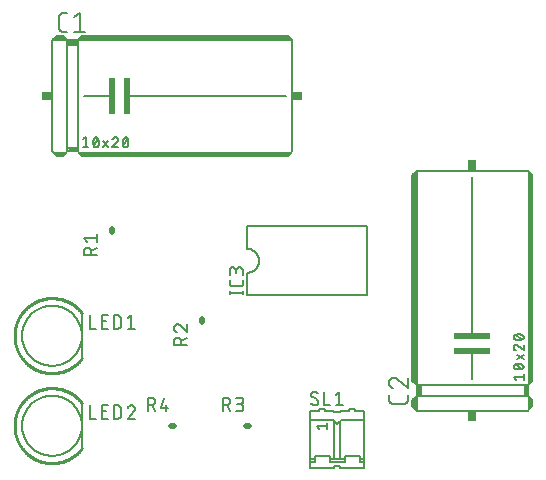
<source format=gbr>
G04 EAGLE Gerber RS-274X export*
G75*
%MOMM*%
%FSLAX34Y34*%
%LPD*%
%INSilkscreen Top*%
%IPPOS*%
%AMOC8*
5,1,8,0,0,1.08239X$1,22.5*%
G01*
%ADD10C,0.152400*%
%ADD11C,0.304800*%
%ADD12C,0.254000*%
%ADD13C,0.127000*%
%ADD14R,0.508000X3.048000*%
%ADD15R,0.889000X0.762000*%
%ADD16C,0.177800*%
%ADD17R,3.048000X0.508000*%
%ADD18R,0.762000X0.889000*%
%ADD19C,0.203200*%
%ADD20C,0.508000*%


D10*
X88900Y393700D02*
X262890Y393700D01*
X63500Y389890D02*
X63500Y295910D01*
X63500Y389890D02*
X67310Y393700D01*
X72390Y393700D01*
X76200Y389890D01*
X85090Y389890D01*
X88900Y393700D01*
X76200Y389890D02*
X76200Y386080D01*
X85090Y386080D02*
X85090Y389890D01*
X76200Y389890D02*
X63500Y389890D01*
X76200Y386080D02*
X85090Y386080D01*
X85090Y389890D02*
X266700Y389890D01*
D11*
X262890Y392430D02*
X88900Y392430D01*
X87630Y391160D02*
X264160Y391160D01*
X72390Y392430D02*
X67310Y392430D01*
X66040Y391160D02*
X73660Y391160D01*
X77470Y388620D02*
X83820Y388620D01*
X83820Y387350D02*
X77470Y387350D01*
D10*
X63500Y295910D02*
X64770Y294640D01*
X67310Y292100D02*
X72390Y292100D01*
X74930Y294640D02*
X76200Y295910D01*
X76200Y298450D01*
X76200Y295910D02*
X85090Y295910D01*
X86360Y294640D02*
X88900Y292100D01*
X262890Y292100D01*
X85090Y298450D02*
X85090Y386080D01*
X74930Y294640D02*
X64770Y294640D01*
X67310Y292100D01*
X72390Y292100D02*
X74930Y294640D01*
X86360Y294640D02*
X265430Y294640D01*
X86360Y294640D02*
X85090Y295910D01*
D12*
X72390Y293370D02*
X67310Y293370D01*
X77470Y297180D02*
X83820Y297180D01*
X88900Y293370D02*
X262890Y293370D01*
D10*
X85090Y298450D02*
X76200Y298450D01*
X76200Y386080D01*
X85090Y298450D02*
X85090Y295910D01*
X262890Y292100D02*
X265430Y294640D01*
X266700Y295910D01*
X266700Y389890D02*
X262890Y393700D01*
X266700Y389890D02*
X266700Y295910D01*
X261620Y342900D02*
X128270Y342900D01*
X114300Y342900D02*
X90170Y342900D01*
D13*
X91934Y307721D02*
X89535Y305802D01*
X91934Y307721D02*
X91934Y299085D01*
X89535Y299085D02*
X94333Y299085D01*
X98450Y303403D02*
X98452Y303573D01*
X98458Y303743D01*
X98468Y303912D01*
X98482Y304082D01*
X98501Y304251D01*
X98523Y304419D01*
X98549Y304587D01*
X98579Y304754D01*
X98614Y304920D01*
X98652Y305086D01*
X98694Y305251D01*
X98740Y305414D01*
X98790Y305577D01*
X98844Y305738D01*
X98901Y305898D01*
X98963Y306056D01*
X99028Y306213D01*
X99097Y306368D01*
X99170Y306522D01*
X99198Y306598D01*
X99230Y306673D01*
X99265Y306747D01*
X99303Y306819D01*
X99345Y306889D01*
X99390Y306957D01*
X99438Y307023D01*
X99489Y307087D01*
X99543Y307148D01*
X99599Y307207D01*
X99659Y307263D01*
X99720Y307316D01*
X99784Y307366D01*
X99851Y307414D01*
X99919Y307458D01*
X99990Y307499D01*
X100062Y307537D01*
X100136Y307571D01*
X100211Y307602D01*
X100288Y307630D01*
X100366Y307654D01*
X100445Y307674D01*
X100525Y307691D01*
X100605Y307704D01*
X100686Y307714D01*
X100767Y307719D01*
X100849Y307721D01*
X100931Y307719D01*
X101012Y307714D01*
X101093Y307704D01*
X101173Y307691D01*
X101253Y307674D01*
X101332Y307654D01*
X101410Y307630D01*
X101487Y307602D01*
X101562Y307571D01*
X101636Y307537D01*
X101708Y307499D01*
X101779Y307458D01*
X101847Y307414D01*
X101914Y307366D01*
X101978Y307316D01*
X102039Y307263D01*
X102099Y307207D01*
X102155Y307148D01*
X102209Y307087D01*
X102260Y307023D01*
X102308Y306957D01*
X102353Y306889D01*
X102395Y306819D01*
X102433Y306747D01*
X102468Y306673D01*
X102500Y306598D01*
X102528Y306522D01*
X102529Y306522D02*
X102602Y306368D01*
X102671Y306213D01*
X102736Y306056D01*
X102798Y305898D01*
X102855Y305738D01*
X102909Y305577D01*
X102959Y305414D01*
X103005Y305251D01*
X103047Y305086D01*
X103085Y304920D01*
X103120Y304754D01*
X103150Y304587D01*
X103176Y304419D01*
X103198Y304251D01*
X103217Y304082D01*
X103231Y303912D01*
X103241Y303743D01*
X103247Y303573D01*
X103249Y303403D01*
X98450Y303403D02*
X98452Y303233D01*
X98458Y303063D01*
X98468Y302894D01*
X98482Y302724D01*
X98501Y302555D01*
X98523Y302387D01*
X98549Y302219D01*
X98579Y302052D01*
X98614Y301886D01*
X98652Y301720D01*
X98694Y301555D01*
X98740Y301392D01*
X98790Y301230D01*
X98844Y301068D01*
X98901Y300909D01*
X98963Y300750D01*
X99028Y300593D01*
X99097Y300438D01*
X99170Y300284D01*
X99198Y300208D01*
X99230Y300133D01*
X99265Y300059D01*
X99303Y299987D01*
X99345Y299917D01*
X99390Y299849D01*
X99438Y299783D01*
X99489Y299719D01*
X99543Y299658D01*
X99599Y299599D01*
X99659Y299543D01*
X99720Y299490D01*
X99784Y299440D01*
X99851Y299392D01*
X99919Y299348D01*
X99990Y299307D01*
X100062Y299269D01*
X100136Y299235D01*
X100211Y299204D01*
X100288Y299176D01*
X100366Y299152D01*
X100445Y299132D01*
X100525Y299115D01*
X100605Y299102D01*
X100686Y299092D01*
X100767Y299087D01*
X100849Y299085D01*
X102528Y300284D02*
X102601Y300438D01*
X102670Y300593D01*
X102735Y300750D01*
X102797Y300909D01*
X102854Y301068D01*
X102908Y301230D01*
X102958Y301392D01*
X103004Y301555D01*
X103046Y301720D01*
X103084Y301886D01*
X103119Y302052D01*
X103149Y302219D01*
X103175Y302387D01*
X103197Y302555D01*
X103216Y302724D01*
X103230Y302894D01*
X103240Y303063D01*
X103246Y303233D01*
X103248Y303403D01*
X102528Y300284D02*
X102500Y300208D01*
X102468Y300133D01*
X102433Y300059D01*
X102395Y299987D01*
X102353Y299917D01*
X102308Y299849D01*
X102260Y299783D01*
X102209Y299719D01*
X102155Y299658D01*
X102099Y299599D01*
X102039Y299543D01*
X101978Y299490D01*
X101914Y299440D01*
X101847Y299392D01*
X101779Y299348D01*
X101708Y299307D01*
X101636Y299269D01*
X101562Y299235D01*
X101487Y299204D01*
X101410Y299176D01*
X101332Y299152D01*
X101253Y299132D01*
X101173Y299115D01*
X101093Y299102D01*
X101012Y299092D01*
X100931Y299087D01*
X100849Y299085D01*
X98930Y301004D02*
X102768Y305802D01*
X106954Y299085D02*
X110792Y304842D01*
X106954Y304842D02*
X110792Y299085D01*
X119296Y305562D02*
X119294Y305654D01*
X119288Y305745D01*
X119279Y305836D01*
X119265Y305927D01*
X119248Y306017D01*
X119226Y306106D01*
X119201Y306194D01*
X119173Y306281D01*
X119140Y306367D01*
X119104Y306451D01*
X119065Y306534D01*
X119022Y306615D01*
X118975Y306694D01*
X118926Y306771D01*
X118873Y306846D01*
X118817Y306918D01*
X118758Y306988D01*
X118696Y307056D01*
X118631Y307121D01*
X118563Y307183D01*
X118493Y307242D01*
X118421Y307298D01*
X118346Y307351D01*
X118269Y307400D01*
X118190Y307447D01*
X118109Y307490D01*
X118026Y307529D01*
X117942Y307565D01*
X117856Y307598D01*
X117769Y307626D01*
X117681Y307651D01*
X117592Y307673D01*
X117502Y307690D01*
X117411Y307704D01*
X117320Y307713D01*
X117229Y307719D01*
X117137Y307721D01*
X117034Y307719D01*
X116932Y307713D01*
X116830Y307704D01*
X116728Y307691D01*
X116627Y307674D01*
X116526Y307653D01*
X116427Y307629D01*
X116328Y307600D01*
X116231Y307569D01*
X116134Y307533D01*
X116039Y307495D01*
X115946Y307452D01*
X115854Y307406D01*
X115764Y307357D01*
X115676Y307305D01*
X115589Y307249D01*
X115505Y307190D01*
X115424Y307129D01*
X115344Y307064D01*
X115267Y306996D01*
X115192Y306925D01*
X115121Y306852D01*
X115052Y306776D01*
X114985Y306698D01*
X114922Y306617D01*
X114862Y306534D01*
X114805Y306449D01*
X114751Y306362D01*
X114700Y306272D01*
X114653Y306181D01*
X114609Y306089D01*
X114568Y305994D01*
X114531Y305899D01*
X114498Y305802D01*
X118576Y303883D02*
X118643Y303949D01*
X118707Y304018D01*
X118768Y304089D01*
X118826Y304163D01*
X118881Y304239D01*
X118933Y304317D01*
X118982Y304397D01*
X119028Y304479D01*
X119070Y304563D01*
X119109Y304649D01*
X119144Y304736D01*
X119175Y304824D01*
X119203Y304914D01*
X119228Y305004D01*
X119249Y305096D01*
X119266Y305188D01*
X119279Y305281D01*
X119288Y305374D01*
X119294Y305468D01*
X119296Y305562D01*
X118576Y303883D02*
X114498Y299085D01*
X119296Y299085D01*
X123413Y303403D02*
X123415Y303573D01*
X123421Y303743D01*
X123431Y303912D01*
X123445Y304082D01*
X123464Y304251D01*
X123486Y304419D01*
X123512Y304587D01*
X123542Y304754D01*
X123577Y304920D01*
X123615Y305086D01*
X123657Y305251D01*
X123703Y305414D01*
X123753Y305577D01*
X123807Y305738D01*
X123864Y305898D01*
X123926Y306056D01*
X123991Y306213D01*
X124060Y306368D01*
X124133Y306522D01*
X124161Y306598D01*
X124193Y306673D01*
X124228Y306747D01*
X124266Y306819D01*
X124308Y306889D01*
X124353Y306957D01*
X124401Y307023D01*
X124452Y307087D01*
X124506Y307148D01*
X124562Y307207D01*
X124622Y307263D01*
X124683Y307316D01*
X124747Y307366D01*
X124814Y307414D01*
X124882Y307458D01*
X124953Y307499D01*
X125025Y307537D01*
X125099Y307571D01*
X125174Y307602D01*
X125251Y307630D01*
X125329Y307654D01*
X125408Y307674D01*
X125488Y307691D01*
X125568Y307704D01*
X125649Y307714D01*
X125730Y307719D01*
X125812Y307721D01*
X125894Y307719D01*
X125975Y307714D01*
X126056Y307704D01*
X126136Y307691D01*
X126216Y307674D01*
X126295Y307654D01*
X126373Y307630D01*
X126450Y307602D01*
X126525Y307571D01*
X126599Y307537D01*
X126671Y307499D01*
X126742Y307458D01*
X126810Y307414D01*
X126877Y307366D01*
X126941Y307316D01*
X127002Y307263D01*
X127062Y307207D01*
X127118Y307148D01*
X127172Y307087D01*
X127223Y307023D01*
X127271Y306957D01*
X127316Y306889D01*
X127358Y306819D01*
X127396Y306747D01*
X127431Y306673D01*
X127463Y306598D01*
X127491Y306522D01*
X127492Y306522D02*
X127565Y306368D01*
X127634Y306213D01*
X127699Y306056D01*
X127761Y305898D01*
X127818Y305738D01*
X127872Y305577D01*
X127922Y305414D01*
X127968Y305251D01*
X128010Y305086D01*
X128048Y304920D01*
X128083Y304754D01*
X128113Y304587D01*
X128139Y304419D01*
X128161Y304251D01*
X128180Y304082D01*
X128194Y303912D01*
X128204Y303743D01*
X128210Y303573D01*
X128212Y303403D01*
X123413Y303403D02*
X123415Y303233D01*
X123421Y303063D01*
X123431Y302894D01*
X123445Y302724D01*
X123464Y302555D01*
X123486Y302387D01*
X123512Y302219D01*
X123542Y302052D01*
X123577Y301886D01*
X123615Y301720D01*
X123657Y301555D01*
X123703Y301392D01*
X123753Y301230D01*
X123807Y301068D01*
X123864Y300909D01*
X123926Y300750D01*
X123991Y300593D01*
X124060Y300438D01*
X124133Y300284D01*
X124161Y300208D01*
X124193Y300133D01*
X124228Y300059D01*
X124266Y299987D01*
X124308Y299917D01*
X124353Y299849D01*
X124401Y299783D01*
X124452Y299719D01*
X124506Y299658D01*
X124562Y299599D01*
X124622Y299543D01*
X124683Y299490D01*
X124747Y299440D01*
X124814Y299392D01*
X124882Y299348D01*
X124953Y299307D01*
X125025Y299269D01*
X125099Y299235D01*
X125174Y299204D01*
X125251Y299176D01*
X125329Y299152D01*
X125408Y299132D01*
X125488Y299115D01*
X125568Y299102D01*
X125649Y299092D01*
X125730Y299087D01*
X125812Y299085D01*
X127491Y300284D02*
X127564Y300438D01*
X127633Y300593D01*
X127698Y300750D01*
X127760Y300909D01*
X127817Y301068D01*
X127871Y301230D01*
X127921Y301392D01*
X127967Y301555D01*
X128009Y301720D01*
X128047Y301886D01*
X128082Y302052D01*
X128112Y302219D01*
X128138Y302387D01*
X128160Y302555D01*
X128179Y302724D01*
X128193Y302894D01*
X128203Y303063D01*
X128209Y303233D01*
X128211Y303403D01*
X127491Y300284D02*
X127463Y300208D01*
X127431Y300133D01*
X127396Y300059D01*
X127358Y299987D01*
X127316Y299917D01*
X127271Y299849D01*
X127223Y299783D01*
X127172Y299719D01*
X127118Y299658D01*
X127062Y299599D01*
X127002Y299543D01*
X126941Y299490D01*
X126877Y299440D01*
X126810Y299392D01*
X126742Y299348D01*
X126671Y299307D01*
X126599Y299269D01*
X126525Y299235D01*
X126450Y299204D01*
X126373Y299176D01*
X126295Y299152D01*
X126216Y299132D01*
X126136Y299115D01*
X126056Y299102D01*
X125975Y299092D01*
X125894Y299087D01*
X125812Y299085D01*
X123893Y301004D02*
X127731Y305802D01*
D14*
X127000Y342900D03*
D15*
X59055Y342900D03*
X271145Y342900D03*
D14*
X114300Y342900D03*
D16*
X76581Y397129D02*
X73025Y397129D01*
X72909Y397131D01*
X72792Y397137D01*
X72676Y397146D01*
X72561Y397159D01*
X72446Y397176D01*
X72331Y397197D01*
X72218Y397222D01*
X72105Y397250D01*
X71993Y397282D01*
X71882Y397318D01*
X71772Y397357D01*
X71664Y397400D01*
X71557Y397446D01*
X71452Y397496D01*
X71349Y397549D01*
X71247Y397605D01*
X71147Y397665D01*
X71049Y397728D01*
X70954Y397795D01*
X70860Y397864D01*
X70769Y397936D01*
X70680Y398011D01*
X70594Y398090D01*
X70511Y398171D01*
X70430Y398254D01*
X70351Y398340D01*
X70276Y398429D01*
X70204Y398520D01*
X70135Y398614D01*
X70068Y398709D01*
X70005Y398807D01*
X69945Y398907D01*
X69889Y399009D01*
X69836Y399112D01*
X69786Y399217D01*
X69740Y399324D01*
X69697Y399432D01*
X69658Y399542D01*
X69622Y399653D01*
X69590Y399765D01*
X69562Y399878D01*
X69537Y399991D01*
X69516Y400106D01*
X69499Y400221D01*
X69486Y400336D01*
X69477Y400452D01*
X69471Y400569D01*
X69469Y400685D01*
X69469Y409575D01*
X69471Y409691D01*
X69477Y409808D01*
X69486Y409924D01*
X69499Y410039D01*
X69516Y410154D01*
X69537Y410269D01*
X69562Y410382D01*
X69590Y410495D01*
X69622Y410607D01*
X69658Y410718D01*
X69697Y410828D01*
X69740Y410936D01*
X69786Y411043D01*
X69836Y411148D01*
X69889Y411251D01*
X69945Y411353D01*
X70005Y411453D01*
X70068Y411551D01*
X70135Y411646D01*
X70204Y411740D01*
X70276Y411831D01*
X70351Y411920D01*
X70430Y412006D01*
X70511Y412089D01*
X70594Y412170D01*
X70680Y412249D01*
X70769Y412324D01*
X70860Y412396D01*
X70954Y412465D01*
X71049Y412532D01*
X71147Y412595D01*
X71247Y412655D01*
X71349Y412711D01*
X71452Y412764D01*
X71557Y412814D01*
X71664Y412860D01*
X71772Y412903D01*
X71882Y412942D01*
X71993Y412978D01*
X72105Y413010D01*
X72218Y413038D01*
X72331Y413063D01*
X72446Y413084D01*
X72561Y413101D01*
X72676Y413114D01*
X72792Y413123D01*
X72909Y413129D01*
X73025Y413131D01*
X76581Y413131D01*
X82539Y409575D02*
X86984Y413131D01*
X86984Y397129D01*
X82539Y397129D02*
X91429Y397129D01*
D10*
X368300Y275590D02*
X368300Y101600D01*
X372110Y76200D02*
X466090Y76200D01*
X372110Y76200D02*
X368300Y80010D01*
X368300Y85090D01*
X372110Y88900D01*
X372110Y97790D01*
X368300Y101600D01*
X372110Y88900D02*
X375920Y88900D01*
X375920Y97790D02*
X372110Y97790D01*
X372110Y88900D02*
X372110Y76200D01*
X375920Y88900D02*
X375920Y97790D01*
X372110Y97790D02*
X372110Y279400D01*
D11*
X369570Y275590D02*
X369570Y101600D01*
X370840Y100330D02*
X370840Y276860D01*
X369570Y85090D02*
X369570Y80010D01*
X370840Y78740D02*
X370840Y86360D01*
X373380Y90170D02*
X373380Y96520D01*
X374650Y96520D02*
X374650Y90170D01*
D10*
X466090Y76200D02*
X467360Y77470D01*
X469900Y80010D02*
X469900Y85090D01*
X467360Y87630D02*
X466090Y88900D01*
X463550Y88900D01*
X466090Y88900D02*
X466090Y97790D01*
X467360Y99060D02*
X469900Y101600D01*
X469900Y275590D01*
X463550Y97790D02*
X375920Y97790D01*
X467360Y87630D02*
X467360Y77470D01*
X469900Y80010D01*
X469900Y85090D02*
X467360Y87630D01*
X467360Y99060D02*
X467360Y278130D01*
X467360Y99060D02*
X466090Y97790D01*
D12*
X468630Y85090D02*
X468630Y80010D01*
X464820Y90170D02*
X464820Y96520D01*
X468630Y101600D02*
X468630Y275590D01*
D10*
X463550Y97790D02*
X463550Y88900D01*
X375920Y88900D01*
X463550Y97790D02*
X466090Y97790D01*
X469900Y275590D02*
X467360Y278130D01*
X466090Y279400D01*
X372110Y279400D02*
X368300Y275590D01*
X372110Y279400D02*
X466090Y279400D01*
X419100Y274320D02*
X419100Y140970D01*
X419100Y127000D02*
X419100Y102870D01*
D13*
X454279Y104634D02*
X456198Y102235D01*
X454279Y104634D02*
X462915Y104634D01*
X462915Y102235D02*
X462915Y107033D01*
X458597Y111150D02*
X458427Y111152D01*
X458257Y111158D01*
X458088Y111168D01*
X457918Y111182D01*
X457749Y111201D01*
X457581Y111223D01*
X457413Y111249D01*
X457246Y111279D01*
X457080Y111314D01*
X456914Y111352D01*
X456749Y111394D01*
X456586Y111440D01*
X456424Y111490D01*
X456262Y111544D01*
X456103Y111601D01*
X455944Y111663D01*
X455787Y111728D01*
X455632Y111797D01*
X455478Y111870D01*
X455402Y111898D01*
X455327Y111930D01*
X455253Y111965D01*
X455181Y112003D01*
X455111Y112045D01*
X455043Y112090D01*
X454977Y112138D01*
X454913Y112189D01*
X454852Y112243D01*
X454793Y112299D01*
X454737Y112359D01*
X454684Y112420D01*
X454634Y112484D01*
X454586Y112551D01*
X454542Y112619D01*
X454501Y112690D01*
X454463Y112762D01*
X454429Y112836D01*
X454398Y112911D01*
X454370Y112988D01*
X454346Y113066D01*
X454326Y113145D01*
X454309Y113225D01*
X454296Y113305D01*
X454286Y113386D01*
X454281Y113467D01*
X454279Y113549D01*
X454281Y113631D01*
X454286Y113712D01*
X454296Y113793D01*
X454309Y113873D01*
X454326Y113953D01*
X454346Y114032D01*
X454370Y114110D01*
X454398Y114187D01*
X454429Y114262D01*
X454463Y114336D01*
X454501Y114408D01*
X454542Y114479D01*
X454586Y114547D01*
X454634Y114614D01*
X454684Y114678D01*
X454737Y114739D01*
X454793Y114799D01*
X454852Y114855D01*
X454913Y114909D01*
X454977Y114960D01*
X455043Y115008D01*
X455111Y115053D01*
X455181Y115095D01*
X455253Y115133D01*
X455327Y115168D01*
X455402Y115200D01*
X455478Y115228D01*
X455632Y115301D01*
X455787Y115370D01*
X455944Y115435D01*
X456103Y115497D01*
X456262Y115554D01*
X456424Y115608D01*
X456586Y115658D01*
X456749Y115704D01*
X456914Y115746D01*
X457080Y115784D01*
X457246Y115819D01*
X457413Y115849D01*
X457581Y115875D01*
X457749Y115897D01*
X457918Y115916D01*
X458088Y115930D01*
X458257Y115940D01*
X458427Y115946D01*
X458597Y115948D01*
X458597Y111150D02*
X458767Y111152D01*
X458937Y111158D01*
X459106Y111168D01*
X459276Y111182D01*
X459445Y111201D01*
X459613Y111223D01*
X459781Y111249D01*
X459948Y111279D01*
X460114Y111314D01*
X460280Y111352D01*
X460445Y111394D01*
X460608Y111440D01*
X460770Y111490D01*
X460932Y111544D01*
X461091Y111601D01*
X461250Y111663D01*
X461407Y111728D01*
X461562Y111797D01*
X461716Y111870D01*
X461792Y111898D01*
X461867Y111930D01*
X461941Y111965D01*
X462013Y112003D01*
X462083Y112045D01*
X462151Y112090D01*
X462217Y112138D01*
X462281Y112189D01*
X462342Y112243D01*
X462401Y112299D01*
X462457Y112359D01*
X462510Y112420D01*
X462560Y112484D01*
X462608Y112551D01*
X462652Y112619D01*
X462693Y112690D01*
X462731Y112762D01*
X462765Y112836D01*
X462796Y112911D01*
X462824Y112988D01*
X462848Y113066D01*
X462868Y113145D01*
X462885Y113225D01*
X462898Y113305D01*
X462908Y113386D01*
X462913Y113467D01*
X462915Y113549D01*
X461716Y115228D02*
X461562Y115301D01*
X461407Y115370D01*
X461250Y115435D01*
X461091Y115497D01*
X460932Y115554D01*
X460770Y115608D01*
X460608Y115658D01*
X460445Y115704D01*
X460280Y115746D01*
X460114Y115784D01*
X459948Y115819D01*
X459781Y115849D01*
X459613Y115875D01*
X459445Y115897D01*
X459276Y115916D01*
X459106Y115930D01*
X458937Y115940D01*
X458767Y115946D01*
X458597Y115948D01*
X461716Y115228D02*
X461792Y115200D01*
X461867Y115168D01*
X461941Y115133D01*
X462013Y115095D01*
X462083Y115053D01*
X462151Y115008D01*
X462217Y114960D01*
X462281Y114909D01*
X462342Y114855D01*
X462401Y114799D01*
X462457Y114739D01*
X462510Y114678D01*
X462560Y114614D01*
X462608Y114547D01*
X462652Y114479D01*
X462693Y114408D01*
X462731Y114336D01*
X462765Y114262D01*
X462796Y114187D01*
X462824Y114110D01*
X462848Y114032D01*
X462868Y113953D01*
X462885Y113873D01*
X462898Y113793D01*
X462908Y113712D01*
X462913Y113631D01*
X462915Y113549D01*
X460996Y111630D02*
X456198Y115468D01*
X462915Y119654D02*
X457158Y123492D01*
X457158Y119654D02*
X462915Y123492D01*
X456438Y131996D02*
X456346Y131994D01*
X456255Y131988D01*
X456164Y131979D01*
X456073Y131965D01*
X455983Y131948D01*
X455894Y131926D01*
X455806Y131901D01*
X455719Y131873D01*
X455633Y131840D01*
X455549Y131804D01*
X455466Y131765D01*
X455385Y131722D01*
X455306Y131675D01*
X455229Y131626D01*
X455154Y131573D01*
X455082Y131517D01*
X455012Y131458D01*
X454944Y131396D01*
X454879Y131331D01*
X454817Y131263D01*
X454758Y131193D01*
X454702Y131121D01*
X454649Y131046D01*
X454600Y130969D01*
X454553Y130890D01*
X454510Y130809D01*
X454471Y130726D01*
X454435Y130642D01*
X454402Y130556D01*
X454374Y130469D01*
X454349Y130381D01*
X454327Y130292D01*
X454310Y130202D01*
X454296Y130111D01*
X454287Y130020D01*
X454281Y129929D01*
X454279Y129837D01*
X454281Y129734D01*
X454287Y129632D01*
X454296Y129530D01*
X454309Y129428D01*
X454326Y129327D01*
X454347Y129226D01*
X454371Y129127D01*
X454400Y129028D01*
X454431Y128931D01*
X454467Y128834D01*
X454505Y128739D01*
X454548Y128646D01*
X454594Y128554D01*
X454643Y128464D01*
X454695Y128376D01*
X454751Y128289D01*
X454810Y128205D01*
X454871Y128124D01*
X454936Y128044D01*
X455004Y127967D01*
X455075Y127892D01*
X455148Y127821D01*
X455224Y127752D01*
X455302Y127685D01*
X455383Y127622D01*
X455466Y127562D01*
X455551Y127505D01*
X455638Y127451D01*
X455728Y127400D01*
X455819Y127353D01*
X455911Y127309D01*
X456006Y127268D01*
X456101Y127231D01*
X456198Y127198D01*
X458117Y131276D02*
X458051Y131343D01*
X457982Y131407D01*
X457911Y131468D01*
X457837Y131526D01*
X457761Y131581D01*
X457683Y131633D01*
X457603Y131682D01*
X457521Y131728D01*
X457437Y131770D01*
X457351Y131809D01*
X457264Y131844D01*
X457176Y131875D01*
X457086Y131903D01*
X456996Y131928D01*
X456904Y131949D01*
X456812Y131966D01*
X456719Y131979D01*
X456626Y131988D01*
X456532Y131994D01*
X456438Y131996D01*
X458117Y131276D02*
X462915Y127198D01*
X462915Y131996D01*
X458597Y136113D02*
X458427Y136115D01*
X458257Y136121D01*
X458088Y136131D01*
X457918Y136145D01*
X457749Y136164D01*
X457581Y136186D01*
X457413Y136212D01*
X457246Y136242D01*
X457080Y136277D01*
X456914Y136315D01*
X456749Y136357D01*
X456586Y136403D01*
X456424Y136453D01*
X456262Y136507D01*
X456103Y136564D01*
X455944Y136626D01*
X455787Y136691D01*
X455632Y136760D01*
X455478Y136833D01*
X455402Y136861D01*
X455327Y136893D01*
X455253Y136928D01*
X455181Y136966D01*
X455111Y137008D01*
X455043Y137053D01*
X454977Y137101D01*
X454913Y137152D01*
X454852Y137206D01*
X454793Y137262D01*
X454737Y137322D01*
X454684Y137383D01*
X454634Y137447D01*
X454586Y137514D01*
X454542Y137582D01*
X454501Y137653D01*
X454463Y137725D01*
X454429Y137799D01*
X454398Y137874D01*
X454370Y137951D01*
X454346Y138029D01*
X454326Y138108D01*
X454309Y138188D01*
X454296Y138268D01*
X454286Y138349D01*
X454281Y138430D01*
X454279Y138512D01*
X454281Y138594D01*
X454286Y138675D01*
X454296Y138756D01*
X454309Y138836D01*
X454326Y138916D01*
X454346Y138995D01*
X454370Y139073D01*
X454398Y139150D01*
X454429Y139225D01*
X454463Y139299D01*
X454501Y139371D01*
X454542Y139442D01*
X454586Y139510D01*
X454634Y139577D01*
X454684Y139641D01*
X454737Y139702D01*
X454793Y139762D01*
X454852Y139818D01*
X454913Y139872D01*
X454977Y139923D01*
X455043Y139971D01*
X455111Y140016D01*
X455181Y140058D01*
X455253Y140096D01*
X455327Y140131D01*
X455402Y140163D01*
X455478Y140191D01*
X455632Y140264D01*
X455787Y140333D01*
X455944Y140398D01*
X456103Y140460D01*
X456262Y140517D01*
X456424Y140571D01*
X456586Y140621D01*
X456749Y140667D01*
X456914Y140709D01*
X457080Y140747D01*
X457246Y140782D01*
X457413Y140812D01*
X457581Y140838D01*
X457749Y140860D01*
X457918Y140879D01*
X458088Y140893D01*
X458257Y140903D01*
X458427Y140909D01*
X458597Y140911D01*
X458597Y136113D02*
X458767Y136115D01*
X458937Y136121D01*
X459106Y136131D01*
X459276Y136145D01*
X459445Y136164D01*
X459613Y136186D01*
X459781Y136212D01*
X459948Y136242D01*
X460114Y136277D01*
X460280Y136315D01*
X460445Y136357D01*
X460608Y136403D01*
X460770Y136453D01*
X460932Y136507D01*
X461091Y136564D01*
X461250Y136626D01*
X461407Y136691D01*
X461562Y136760D01*
X461716Y136833D01*
X461792Y136861D01*
X461867Y136893D01*
X461941Y136928D01*
X462013Y136966D01*
X462083Y137008D01*
X462151Y137053D01*
X462217Y137101D01*
X462281Y137152D01*
X462342Y137206D01*
X462401Y137262D01*
X462457Y137322D01*
X462510Y137383D01*
X462560Y137447D01*
X462608Y137514D01*
X462652Y137582D01*
X462693Y137653D01*
X462731Y137725D01*
X462765Y137799D01*
X462796Y137874D01*
X462824Y137951D01*
X462848Y138029D01*
X462868Y138108D01*
X462885Y138188D01*
X462898Y138268D01*
X462908Y138349D01*
X462913Y138430D01*
X462915Y138512D01*
X461716Y140191D02*
X461562Y140264D01*
X461407Y140333D01*
X461250Y140398D01*
X461091Y140460D01*
X460932Y140517D01*
X460770Y140571D01*
X460608Y140621D01*
X460445Y140667D01*
X460280Y140709D01*
X460114Y140747D01*
X459948Y140782D01*
X459781Y140812D01*
X459613Y140838D01*
X459445Y140860D01*
X459276Y140879D01*
X459106Y140893D01*
X458937Y140903D01*
X458767Y140909D01*
X458597Y140911D01*
X461716Y140191D02*
X461792Y140163D01*
X461867Y140131D01*
X461941Y140096D01*
X462013Y140058D01*
X462083Y140016D01*
X462151Y139971D01*
X462217Y139923D01*
X462281Y139872D01*
X462342Y139818D01*
X462401Y139762D01*
X462457Y139702D01*
X462510Y139641D01*
X462560Y139577D01*
X462608Y139510D01*
X462652Y139442D01*
X462693Y139371D01*
X462731Y139299D01*
X462765Y139225D01*
X462796Y139150D01*
X462824Y139073D01*
X462848Y138995D01*
X462868Y138916D01*
X462885Y138836D01*
X462898Y138756D01*
X462908Y138675D01*
X462913Y138594D01*
X462915Y138512D01*
X460996Y136593D02*
X456198Y140431D01*
D17*
X419100Y139700D03*
D18*
X419100Y71755D03*
X419100Y283845D03*
D17*
X419100Y127000D03*
D16*
X364871Y89281D02*
X364871Y85725D01*
X364869Y85609D01*
X364863Y85492D01*
X364854Y85376D01*
X364841Y85261D01*
X364824Y85146D01*
X364803Y85031D01*
X364778Y84918D01*
X364750Y84805D01*
X364718Y84693D01*
X364682Y84582D01*
X364643Y84472D01*
X364600Y84364D01*
X364554Y84257D01*
X364504Y84152D01*
X364451Y84049D01*
X364395Y83947D01*
X364335Y83847D01*
X364272Y83749D01*
X364205Y83654D01*
X364136Y83560D01*
X364064Y83469D01*
X363989Y83380D01*
X363910Y83294D01*
X363829Y83211D01*
X363746Y83130D01*
X363660Y83051D01*
X363571Y82976D01*
X363480Y82904D01*
X363386Y82835D01*
X363291Y82768D01*
X363193Y82705D01*
X363093Y82645D01*
X362991Y82589D01*
X362888Y82536D01*
X362783Y82486D01*
X362676Y82440D01*
X362568Y82397D01*
X362458Y82358D01*
X362347Y82322D01*
X362235Y82290D01*
X362122Y82262D01*
X362009Y82237D01*
X361894Y82216D01*
X361779Y82199D01*
X361664Y82186D01*
X361548Y82177D01*
X361431Y82171D01*
X361315Y82169D01*
X352425Y82169D01*
X352309Y82171D01*
X352192Y82177D01*
X352076Y82186D01*
X351961Y82199D01*
X351846Y82216D01*
X351731Y82237D01*
X351618Y82262D01*
X351505Y82290D01*
X351393Y82322D01*
X351282Y82358D01*
X351172Y82397D01*
X351064Y82440D01*
X350957Y82486D01*
X350852Y82536D01*
X350749Y82589D01*
X350647Y82645D01*
X350547Y82705D01*
X350449Y82768D01*
X350354Y82835D01*
X350260Y82904D01*
X350169Y82976D01*
X350080Y83051D01*
X349994Y83130D01*
X349911Y83211D01*
X349830Y83294D01*
X349751Y83380D01*
X349676Y83469D01*
X349604Y83560D01*
X349535Y83654D01*
X349468Y83749D01*
X349405Y83847D01*
X349345Y83947D01*
X349289Y84049D01*
X349236Y84152D01*
X349186Y84257D01*
X349140Y84364D01*
X349097Y84472D01*
X349058Y84582D01*
X349022Y84693D01*
X348990Y84805D01*
X348962Y84918D01*
X348937Y85031D01*
X348916Y85146D01*
X348899Y85261D01*
X348886Y85376D01*
X348877Y85492D01*
X348871Y85609D01*
X348869Y85725D01*
X348869Y89281D01*
X348869Y100128D02*
X348871Y100254D01*
X348877Y100379D01*
X348887Y100505D01*
X348901Y100629D01*
X348918Y100754D01*
X348940Y100878D01*
X348965Y101001D01*
X348995Y101123D01*
X349028Y101244D01*
X349065Y101364D01*
X349106Y101483D01*
X349150Y101601D01*
X349198Y101717D01*
X349250Y101832D01*
X349305Y101944D01*
X349364Y102055D01*
X349426Y102165D01*
X349492Y102272D01*
X349561Y102377D01*
X349633Y102480D01*
X349709Y102580D01*
X349787Y102678D01*
X349869Y102774D01*
X349953Y102867D01*
X350041Y102957D01*
X350131Y103045D01*
X350224Y103129D01*
X350320Y103211D01*
X350418Y103289D01*
X350518Y103365D01*
X350621Y103437D01*
X350726Y103506D01*
X350833Y103572D01*
X350943Y103634D01*
X351054Y103693D01*
X351166Y103748D01*
X351281Y103800D01*
X351397Y103848D01*
X351515Y103892D01*
X351634Y103933D01*
X351754Y103970D01*
X351875Y104003D01*
X351997Y104033D01*
X352120Y104058D01*
X352244Y104080D01*
X352369Y104097D01*
X352493Y104111D01*
X352619Y104121D01*
X352744Y104127D01*
X352870Y104129D01*
X348869Y100128D02*
X348871Y99987D01*
X348877Y99847D01*
X348886Y99707D01*
X348900Y99567D01*
X348917Y99428D01*
X348938Y99289D01*
X348963Y99150D01*
X348991Y99013D01*
X349024Y98876D01*
X349060Y98740D01*
X349100Y98605D01*
X349143Y98472D01*
X349190Y98339D01*
X349241Y98208D01*
X349295Y98079D01*
X349353Y97951D01*
X349414Y97824D01*
X349479Y97699D01*
X349547Y97577D01*
X349618Y97456D01*
X349693Y97336D01*
X349771Y97220D01*
X349852Y97105D01*
X349936Y96992D01*
X350024Y96882D01*
X350114Y96774D01*
X350207Y96669D01*
X350303Y96567D01*
X350402Y96467D01*
X350503Y96369D01*
X350607Y96275D01*
X350714Y96183D01*
X350823Y96095D01*
X350934Y96009D01*
X351048Y95927D01*
X351164Y95847D01*
X351282Y95771D01*
X351402Y95698D01*
X351524Y95629D01*
X351648Y95562D01*
X351774Y95499D01*
X351901Y95440D01*
X352030Y95384D01*
X352160Y95332D01*
X352292Y95283D01*
X352425Y95238D01*
X355982Y102795D02*
X355891Y102887D01*
X355798Y102977D01*
X355703Y103063D01*
X355605Y103147D01*
X355504Y103227D01*
X355401Y103305D01*
X355296Y103379D01*
X355188Y103450D01*
X355079Y103518D01*
X354967Y103582D01*
X354854Y103644D01*
X354739Y103701D01*
X354622Y103756D01*
X354503Y103807D01*
X354383Y103854D01*
X354262Y103897D01*
X354140Y103937D01*
X354016Y103973D01*
X353891Y104006D01*
X353766Y104035D01*
X353639Y104060D01*
X353512Y104081D01*
X353384Y104098D01*
X353256Y104112D01*
X353128Y104121D01*
X352999Y104127D01*
X352870Y104129D01*
X355981Y102795D02*
X364871Y95239D01*
X364871Y104129D01*
D10*
X330200Y232410D02*
X228600Y232410D01*
X228600Y173990D02*
X330200Y173990D01*
X330200Y232410D01*
X228600Y232410D02*
X228600Y213360D01*
X228600Y193040D02*
X228600Y173990D01*
X228600Y193040D02*
X228847Y193043D01*
X229095Y193052D01*
X229342Y193067D01*
X229588Y193088D01*
X229834Y193115D01*
X230079Y193148D01*
X230324Y193187D01*
X230567Y193232D01*
X230809Y193283D01*
X231050Y193340D01*
X231289Y193402D01*
X231527Y193471D01*
X231763Y193545D01*
X231997Y193625D01*
X232229Y193710D01*
X232459Y193802D01*
X232687Y193898D01*
X232912Y194001D01*
X233135Y194108D01*
X233355Y194222D01*
X233572Y194340D01*
X233787Y194464D01*
X233998Y194593D01*
X234206Y194727D01*
X234411Y194866D01*
X234612Y195010D01*
X234810Y195158D01*
X235004Y195312D01*
X235194Y195470D01*
X235380Y195633D01*
X235562Y195800D01*
X235740Y195972D01*
X235914Y196148D01*
X236084Y196328D01*
X236249Y196513D01*
X236409Y196701D01*
X236565Y196893D01*
X236717Y197089D01*
X236863Y197288D01*
X237005Y197491D01*
X237141Y197698D01*
X237273Y197907D01*
X237399Y198120D01*
X237520Y198336D01*
X237636Y198554D01*
X237746Y198776D01*
X237851Y199000D01*
X237951Y199226D01*
X238045Y199455D01*
X238133Y199686D01*
X238216Y199920D01*
X238293Y200155D01*
X238364Y200392D01*
X238430Y200630D01*
X238489Y200870D01*
X238543Y201112D01*
X238591Y201355D01*
X238633Y201598D01*
X238669Y201843D01*
X238699Y202089D01*
X238723Y202335D01*
X238741Y202582D01*
X238753Y202829D01*
X238759Y203076D01*
X238759Y203324D01*
X238753Y203571D01*
X238741Y203818D01*
X238723Y204065D01*
X238699Y204311D01*
X238669Y204557D01*
X238633Y204802D01*
X238591Y205045D01*
X238543Y205288D01*
X238489Y205530D01*
X238430Y205770D01*
X238364Y206008D01*
X238293Y206245D01*
X238216Y206480D01*
X238133Y206714D01*
X238045Y206945D01*
X237951Y207174D01*
X237851Y207400D01*
X237746Y207624D01*
X237636Y207846D01*
X237520Y208064D01*
X237399Y208280D01*
X237273Y208493D01*
X237141Y208702D01*
X237005Y208909D01*
X236863Y209112D01*
X236717Y209311D01*
X236565Y209507D01*
X236409Y209699D01*
X236249Y209887D01*
X236084Y210072D01*
X235914Y210252D01*
X235740Y210428D01*
X235562Y210600D01*
X235380Y210767D01*
X235194Y210930D01*
X235004Y211088D01*
X234810Y211242D01*
X234612Y211390D01*
X234411Y211534D01*
X234206Y211673D01*
X233998Y211807D01*
X233787Y211936D01*
X233572Y212060D01*
X233355Y212178D01*
X233135Y212292D01*
X232912Y212399D01*
X232687Y212502D01*
X232459Y212598D01*
X232229Y212690D01*
X231997Y212775D01*
X231763Y212855D01*
X231527Y212929D01*
X231289Y212998D01*
X231050Y213060D01*
X230809Y213117D01*
X230567Y213168D01*
X230324Y213213D01*
X230079Y213252D01*
X229834Y213285D01*
X229588Y213312D01*
X229342Y213333D01*
X229095Y213348D01*
X228847Y213357D01*
X228600Y213360D01*
D13*
X225425Y175895D02*
X213995Y175895D01*
X225425Y174625D02*
X225425Y177165D01*
X213995Y177165D02*
X213995Y174625D01*
X225425Y184367D02*
X225425Y186907D01*
X225425Y184367D02*
X225423Y184267D01*
X225417Y184168D01*
X225407Y184068D01*
X225394Y183970D01*
X225376Y183871D01*
X225355Y183774D01*
X225330Y183678D01*
X225301Y183582D01*
X225268Y183488D01*
X225232Y183395D01*
X225192Y183304D01*
X225148Y183214D01*
X225101Y183126D01*
X225051Y183040D01*
X224997Y182956D01*
X224940Y182874D01*
X224880Y182795D01*
X224816Y182717D01*
X224750Y182643D01*
X224681Y182571D01*
X224609Y182502D01*
X224535Y182436D01*
X224457Y182372D01*
X224378Y182312D01*
X224296Y182255D01*
X224212Y182201D01*
X224126Y182151D01*
X224038Y182104D01*
X223948Y182060D01*
X223857Y182020D01*
X223764Y181984D01*
X223670Y181951D01*
X223574Y181922D01*
X223478Y181897D01*
X223381Y181876D01*
X223282Y181858D01*
X223184Y181845D01*
X223084Y181835D01*
X222985Y181829D01*
X222885Y181827D01*
X216535Y181827D01*
X216435Y181829D01*
X216336Y181835D01*
X216236Y181845D01*
X216138Y181858D01*
X216039Y181876D01*
X215942Y181897D01*
X215846Y181922D01*
X215750Y181951D01*
X215656Y181984D01*
X215563Y182020D01*
X215472Y182060D01*
X215382Y182104D01*
X215294Y182151D01*
X215208Y182201D01*
X215124Y182255D01*
X215042Y182312D01*
X214963Y182372D01*
X214885Y182436D01*
X214811Y182502D01*
X214739Y182571D01*
X214670Y182643D01*
X214604Y182717D01*
X214540Y182795D01*
X214480Y182874D01*
X214423Y182956D01*
X214369Y183040D01*
X214319Y183126D01*
X214272Y183214D01*
X214228Y183304D01*
X214188Y183395D01*
X214152Y183488D01*
X214119Y183582D01*
X214090Y183678D01*
X214065Y183774D01*
X214044Y183871D01*
X214026Y183970D01*
X214013Y184068D01*
X214003Y184168D01*
X213997Y184267D01*
X213995Y184367D01*
X213995Y186907D01*
X225425Y191389D02*
X225425Y194564D01*
X225423Y194675D01*
X225417Y194785D01*
X225408Y194896D01*
X225394Y195006D01*
X225377Y195115D01*
X225356Y195224D01*
X225331Y195332D01*
X225302Y195439D01*
X225270Y195545D01*
X225234Y195650D01*
X225194Y195753D01*
X225151Y195855D01*
X225104Y195956D01*
X225053Y196055D01*
X225000Y196152D01*
X224943Y196246D01*
X224882Y196339D01*
X224819Y196430D01*
X224752Y196519D01*
X224682Y196605D01*
X224609Y196688D01*
X224534Y196770D01*
X224456Y196848D01*
X224374Y196923D01*
X224291Y196996D01*
X224205Y197066D01*
X224116Y197133D01*
X224025Y197196D01*
X223932Y197257D01*
X223838Y197314D01*
X223741Y197367D01*
X223642Y197418D01*
X223541Y197465D01*
X223439Y197508D01*
X223336Y197548D01*
X223231Y197584D01*
X223125Y197616D01*
X223018Y197645D01*
X222910Y197670D01*
X222801Y197691D01*
X222692Y197708D01*
X222582Y197722D01*
X222471Y197731D01*
X222361Y197737D01*
X222250Y197739D01*
X222139Y197737D01*
X222029Y197731D01*
X221918Y197722D01*
X221808Y197708D01*
X221699Y197691D01*
X221590Y197670D01*
X221482Y197645D01*
X221375Y197616D01*
X221269Y197584D01*
X221164Y197548D01*
X221061Y197508D01*
X220959Y197465D01*
X220858Y197418D01*
X220759Y197367D01*
X220663Y197314D01*
X220568Y197257D01*
X220475Y197196D01*
X220384Y197133D01*
X220295Y197066D01*
X220209Y196996D01*
X220126Y196923D01*
X220044Y196848D01*
X219966Y196770D01*
X219891Y196688D01*
X219818Y196605D01*
X219748Y196519D01*
X219681Y196430D01*
X219618Y196339D01*
X219557Y196246D01*
X219500Y196152D01*
X219447Y196055D01*
X219396Y195956D01*
X219349Y195855D01*
X219306Y195753D01*
X219266Y195650D01*
X219230Y195545D01*
X219198Y195439D01*
X219169Y195332D01*
X219144Y195224D01*
X219123Y195115D01*
X219106Y195006D01*
X219092Y194896D01*
X219083Y194785D01*
X219077Y194675D01*
X219075Y194564D01*
X213995Y195199D02*
X213995Y191389D01*
X213995Y195199D02*
X213997Y195299D01*
X214003Y195398D01*
X214013Y195498D01*
X214026Y195596D01*
X214044Y195695D01*
X214065Y195792D01*
X214090Y195888D01*
X214119Y195984D01*
X214152Y196078D01*
X214188Y196171D01*
X214228Y196262D01*
X214272Y196352D01*
X214319Y196440D01*
X214369Y196526D01*
X214423Y196610D01*
X214480Y196692D01*
X214540Y196771D01*
X214604Y196849D01*
X214670Y196923D01*
X214739Y196995D01*
X214811Y197064D01*
X214885Y197130D01*
X214963Y197194D01*
X215042Y197254D01*
X215124Y197311D01*
X215208Y197365D01*
X215294Y197415D01*
X215382Y197462D01*
X215472Y197506D01*
X215563Y197546D01*
X215656Y197582D01*
X215750Y197615D01*
X215846Y197644D01*
X215942Y197669D01*
X216039Y197690D01*
X216138Y197708D01*
X216236Y197721D01*
X216336Y197731D01*
X216435Y197737D01*
X216535Y197739D01*
X216635Y197737D01*
X216734Y197731D01*
X216834Y197721D01*
X216932Y197708D01*
X217031Y197690D01*
X217128Y197669D01*
X217224Y197644D01*
X217320Y197615D01*
X217414Y197582D01*
X217507Y197546D01*
X217598Y197506D01*
X217688Y197462D01*
X217776Y197415D01*
X217862Y197365D01*
X217946Y197311D01*
X218028Y197254D01*
X218107Y197194D01*
X218185Y197130D01*
X218259Y197064D01*
X218331Y196995D01*
X218400Y196923D01*
X218466Y196849D01*
X218530Y196771D01*
X218590Y196692D01*
X218647Y196610D01*
X218701Y196526D01*
X218751Y196440D01*
X218798Y196352D01*
X218842Y196262D01*
X218882Y196171D01*
X218918Y196078D01*
X218951Y195984D01*
X218980Y195888D01*
X219005Y195792D01*
X219026Y195695D01*
X219044Y195596D01*
X219057Y195498D01*
X219067Y195398D01*
X219073Y195299D01*
X219075Y195199D01*
X219075Y192659D01*
D19*
X88900Y158750D02*
X88900Y120650D01*
D12*
X88426Y120034D01*
X87937Y119429D01*
X87433Y118837D01*
X86915Y118257D01*
X86383Y117690D01*
X85837Y117136D01*
X85278Y116596D01*
X84705Y116070D01*
X84120Y115557D01*
X83523Y115060D01*
X82914Y114577D01*
X82293Y114109D01*
X81660Y113656D01*
X81017Y113219D01*
X80363Y112798D01*
X79699Y112394D01*
X79026Y112005D01*
X78343Y111633D01*
X77651Y111278D01*
X76951Y110940D01*
X76243Y110619D01*
X75527Y110316D01*
X74803Y110030D01*
X74074Y109762D01*
X73337Y109512D01*
X72595Y109281D01*
X71847Y109067D01*
X71095Y108872D01*
X70337Y108695D01*
X69576Y108537D01*
X68811Y108397D01*
X68043Y108277D01*
X67272Y108175D01*
X66499Y108092D01*
X65724Y108028D01*
X64948Y107983D01*
X64171Y107957D01*
X63393Y107950D01*
X62616Y107962D01*
X61839Y107993D01*
X61063Y108044D01*
X60288Y108113D01*
X59516Y108201D01*
X58746Y108308D01*
X57978Y108434D01*
X57214Y108578D01*
X56454Y108742D01*
X55698Y108924D01*
X54947Y109124D01*
X54200Y109342D01*
X53460Y109579D01*
X52725Y109834D01*
X51997Y110107D01*
X51276Y110398D01*
X50562Y110706D01*
X49856Y111031D01*
X49158Y111374D01*
X48468Y111734D01*
X47788Y112110D01*
X47117Y112503D01*
X46456Y112913D01*
X45805Y113338D01*
X45165Y113779D01*
X44536Y114236D01*
X43918Y114708D01*
X43312Y115195D01*
X42718Y115697D01*
X42136Y116213D01*
X41567Y116743D01*
X41012Y117287D01*
X40469Y117845D01*
X39941Y118415D01*
X39427Y118998D01*
X38927Y119594D01*
X38442Y120202D01*
X37972Y120821D01*
X37518Y121452D01*
X37079Y122094D01*
X36655Y122746D01*
X36248Y123409D01*
X35857Y124081D01*
X35483Y124763D01*
X35126Y125453D01*
X34786Y126152D01*
X34462Y126860D01*
X34157Y127574D01*
X33868Y128297D01*
X33598Y129026D01*
X33346Y129761D01*
X33111Y130503D01*
X32895Y131250D01*
X32697Y132002D01*
X32518Y132758D01*
X32357Y133519D01*
X32215Y134283D01*
X32092Y135051D01*
X31988Y135822D01*
X31902Y136595D01*
X31836Y137369D01*
X31788Y138145D01*
X31760Y138922D01*
X31750Y139700D01*
X31760Y140478D01*
X31788Y141255D01*
X31836Y142031D01*
X31902Y142805D01*
X31988Y143578D01*
X32092Y144349D01*
X32215Y145117D01*
X32357Y145881D01*
X32518Y146642D01*
X32697Y147398D01*
X32895Y148150D01*
X33111Y148897D01*
X33346Y149639D01*
X33598Y150374D01*
X33868Y151103D01*
X34157Y151826D01*
X34462Y152540D01*
X34786Y153248D01*
X35126Y153947D01*
X35483Y154637D01*
X35857Y155319D01*
X36248Y155991D01*
X36655Y156654D01*
X37079Y157306D01*
X37518Y157948D01*
X37972Y158579D01*
X38442Y159198D01*
X38927Y159806D01*
X39427Y160402D01*
X39941Y160985D01*
X40469Y161555D01*
X41012Y162113D01*
X41567Y162657D01*
X42136Y163187D01*
X42718Y163703D01*
X43312Y164205D01*
X43918Y164692D01*
X44536Y165164D01*
X45165Y165621D01*
X45805Y166062D01*
X46456Y166487D01*
X47117Y166897D01*
X47788Y167290D01*
X48468Y167666D01*
X49158Y168026D01*
X49856Y168369D01*
X50562Y168694D01*
X51276Y169002D01*
X51997Y169293D01*
X52725Y169566D01*
X53460Y169821D01*
X54200Y170058D01*
X54947Y170276D01*
X55698Y170476D01*
X56454Y170658D01*
X57214Y170822D01*
X57978Y170966D01*
X58746Y171092D01*
X59516Y171199D01*
X60288Y171287D01*
X61063Y171356D01*
X61839Y171407D01*
X62616Y171438D01*
X63393Y171450D01*
X64171Y171443D01*
X64948Y171417D01*
X65724Y171372D01*
X66499Y171308D01*
X67272Y171225D01*
X68043Y171123D01*
X68811Y171003D01*
X69576Y170863D01*
X70337Y170705D01*
X71095Y170528D01*
X71847Y170333D01*
X72595Y170119D01*
X73337Y169888D01*
X74074Y169638D01*
X74803Y169370D01*
X75527Y169084D01*
X76243Y168781D01*
X76951Y168460D01*
X77651Y168122D01*
X78343Y167767D01*
X79026Y167395D01*
X79699Y167006D01*
X80363Y166602D01*
X81017Y166181D01*
X81660Y165744D01*
X82293Y165291D01*
X82914Y164823D01*
X83523Y164340D01*
X84120Y163843D01*
X84705Y163330D01*
X85278Y162804D01*
X85837Y162264D01*
X86383Y161710D01*
X86915Y161143D01*
X87433Y160563D01*
X87937Y159971D01*
X88426Y159366D01*
X88900Y158750D01*
D10*
X38100Y139700D02*
X38108Y140323D01*
X38131Y140946D01*
X38169Y141569D01*
X38222Y142190D01*
X38291Y142809D01*
X38375Y143427D01*
X38474Y144042D01*
X38588Y144655D01*
X38717Y145265D01*
X38861Y145872D01*
X39020Y146475D01*
X39194Y147073D01*
X39382Y147668D01*
X39585Y148257D01*
X39802Y148841D01*
X40033Y149420D01*
X40279Y149993D01*
X40539Y150560D01*
X40812Y151120D01*
X41099Y151673D01*
X41400Y152220D01*
X41714Y152758D01*
X42041Y153289D01*
X42381Y153811D01*
X42733Y154326D01*
X43099Y154831D01*
X43476Y155327D01*
X43866Y155814D01*
X44267Y156291D01*
X44680Y156758D01*
X45104Y157214D01*
X45539Y157661D01*
X45986Y158096D01*
X46442Y158520D01*
X46909Y158933D01*
X47386Y159334D01*
X47873Y159724D01*
X48369Y160101D01*
X48874Y160467D01*
X49389Y160819D01*
X49911Y161159D01*
X50442Y161486D01*
X50980Y161800D01*
X51527Y162101D01*
X52080Y162388D01*
X52640Y162661D01*
X53207Y162921D01*
X53780Y163167D01*
X54359Y163398D01*
X54943Y163615D01*
X55532Y163818D01*
X56127Y164006D01*
X56725Y164180D01*
X57328Y164339D01*
X57935Y164483D01*
X58545Y164612D01*
X59158Y164726D01*
X59773Y164825D01*
X60391Y164909D01*
X61010Y164978D01*
X61631Y165031D01*
X62254Y165069D01*
X62877Y165092D01*
X63500Y165100D01*
X64123Y165092D01*
X64746Y165069D01*
X65369Y165031D01*
X65990Y164978D01*
X66609Y164909D01*
X67227Y164825D01*
X67842Y164726D01*
X68455Y164612D01*
X69065Y164483D01*
X69672Y164339D01*
X70275Y164180D01*
X70873Y164006D01*
X71468Y163818D01*
X72057Y163615D01*
X72641Y163398D01*
X73220Y163167D01*
X73793Y162921D01*
X74360Y162661D01*
X74920Y162388D01*
X75473Y162101D01*
X76020Y161800D01*
X76558Y161486D01*
X77089Y161159D01*
X77611Y160819D01*
X78126Y160467D01*
X78631Y160101D01*
X79127Y159724D01*
X79614Y159334D01*
X80091Y158933D01*
X80558Y158520D01*
X81014Y158096D01*
X81461Y157661D01*
X81896Y157214D01*
X82320Y156758D01*
X82733Y156291D01*
X83134Y155814D01*
X83524Y155327D01*
X83901Y154831D01*
X84267Y154326D01*
X84619Y153811D01*
X84959Y153289D01*
X85286Y152758D01*
X85600Y152220D01*
X85901Y151673D01*
X86188Y151120D01*
X86461Y150560D01*
X86721Y149993D01*
X86967Y149420D01*
X87198Y148841D01*
X87415Y148257D01*
X87618Y147668D01*
X87806Y147073D01*
X87980Y146475D01*
X88139Y145872D01*
X88283Y145265D01*
X88412Y144655D01*
X88526Y144042D01*
X88625Y143427D01*
X88709Y142809D01*
X88778Y142190D01*
X88831Y141569D01*
X88869Y140946D01*
X88892Y140323D01*
X88900Y139700D01*
X88892Y139077D01*
X88869Y138454D01*
X88831Y137831D01*
X88778Y137210D01*
X88709Y136591D01*
X88625Y135973D01*
X88526Y135358D01*
X88412Y134745D01*
X88283Y134135D01*
X88139Y133528D01*
X87980Y132925D01*
X87806Y132327D01*
X87618Y131732D01*
X87415Y131143D01*
X87198Y130559D01*
X86967Y129980D01*
X86721Y129407D01*
X86461Y128840D01*
X86188Y128280D01*
X85901Y127727D01*
X85600Y127180D01*
X85286Y126642D01*
X84959Y126111D01*
X84619Y125589D01*
X84267Y125074D01*
X83901Y124569D01*
X83524Y124073D01*
X83134Y123586D01*
X82733Y123109D01*
X82320Y122642D01*
X81896Y122186D01*
X81461Y121739D01*
X81014Y121304D01*
X80558Y120880D01*
X80091Y120467D01*
X79614Y120066D01*
X79127Y119676D01*
X78631Y119299D01*
X78126Y118933D01*
X77611Y118581D01*
X77089Y118241D01*
X76558Y117914D01*
X76020Y117600D01*
X75473Y117299D01*
X74920Y117012D01*
X74360Y116739D01*
X73793Y116479D01*
X73220Y116233D01*
X72641Y116002D01*
X72057Y115785D01*
X71468Y115582D01*
X70873Y115394D01*
X70275Y115220D01*
X69672Y115061D01*
X69065Y114917D01*
X68455Y114788D01*
X67842Y114674D01*
X67227Y114575D01*
X66609Y114491D01*
X65990Y114422D01*
X65369Y114369D01*
X64746Y114331D01*
X64123Y114308D01*
X63500Y114300D01*
X62877Y114308D01*
X62254Y114331D01*
X61631Y114369D01*
X61010Y114422D01*
X60391Y114491D01*
X59773Y114575D01*
X59158Y114674D01*
X58545Y114788D01*
X57935Y114917D01*
X57328Y115061D01*
X56725Y115220D01*
X56127Y115394D01*
X55532Y115582D01*
X54943Y115785D01*
X54359Y116002D01*
X53780Y116233D01*
X53207Y116479D01*
X52640Y116739D01*
X52080Y117012D01*
X51527Y117299D01*
X50980Y117600D01*
X50442Y117914D01*
X49911Y118241D01*
X49389Y118581D01*
X48874Y118933D01*
X48369Y119299D01*
X47873Y119676D01*
X47386Y120066D01*
X46909Y120467D01*
X46442Y120880D01*
X45986Y121304D01*
X45539Y121739D01*
X45104Y122186D01*
X44680Y122642D01*
X44267Y123109D01*
X43866Y123586D01*
X43476Y124073D01*
X43099Y124569D01*
X42733Y125074D01*
X42381Y125589D01*
X42041Y126111D01*
X41714Y126642D01*
X41400Y127180D01*
X41099Y127727D01*
X40812Y128280D01*
X40539Y128840D01*
X40279Y129407D01*
X40033Y129980D01*
X39802Y130559D01*
X39585Y131143D01*
X39382Y131732D01*
X39194Y132327D01*
X39020Y132925D01*
X38861Y133528D01*
X38717Y134135D01*
X38588Y134745D01*
X38474Y135358D01*
X38375Y135973D01*
X38291Y136591D01*
X38222Y137210D01*
X38169Y137831D01*
X38131Y138454D01*
X38108Y139077D01*
X38100Y139700D01*
D13*
X95885Y145669D02*
X95885Y157099D01*
X95885Y145669D02*
X100965Y145669D01*
X105791Y145669D02*
X110871Y145669D01*
X105791Y145669D02*
X105791Y157099D01*
X110871Y157099D01*
X109601Y152019D02*
X105791Y152019D01*
X115672Y157099D02*
X115672Y145669D01*
X115672Y157099D02*
X118847Y157099D01*
X118958Y157097D01*
X119068Y157091D01*
X119179Y157082D01*
X119289Y157068D01*
X119398Y157051D01*
X119507Y157030D01*
X119615Y157005D01*
X119722Y156976D01*
X119828Y156944D01*
X119933Y156908D01*
X120036Y156868D01*
X120138Y156825D01*
X120239Y156778D01*
X120338Y156727D01*
X120435Y156674D01*
X120529Y156617D01*
X120622Y156556D01*
X120713Y156493D01*
X120802Y156426D01*
X120888Y156356D01*
X120971Y156283D01*
X121053Y156208D01*
X121131Y156130D01*
X121206Y156048D01*
X121279Y155965D01*
X121349Y155879D01*
X121416Y155790D01*
X121479Y155699D01*
X121540Y155606D01*
X121597Y155512D01*
X121650Y155415D01*
X121701Y155316D01*
X121748Y155215D01*
X121791Y155113D01*
X121831Y155010D01*
X121867Y154905D01*
X121899Y154799D01*
X121928Y154692D01*
X121953Y154584D01*
X121974Y154475D01*
X121991Y154366D01*
X122005Y154256D01*
X122014Y154145D01*
X122020Y154035D01*
X122022Y153924D01*
X122022Y148844D01*
X122020Y148733D01*
X122014Y148623D01*
X122005Y148512D01*
X121991Y148402D01*
X121974Y148293D01*
X121953Y148184D01*
X121928Y148076D01*
X121899Y147969D01*
X121867Y147863D01*
X121831Y147758D01*
X121791Y147655D01*
X121748Y147553D01*
X121701Y147452D01*
X121650Y147353D01*
X121597Y147256D01*
X121540Y147162D01*
X121479Y147069D01*
X121416Y146978D01*
X121349Y146889D01*
X121279Y146803D01*
X121206Y146720D01*
X121131Y146638D01*
X121053Y146560D01*
X120971Y146485D01*
X120888Y146412D01*
X120802Y146342D01*
X120713Y146275D01*
X120622Y146212D01*
X120529Y146151D01*
X120434Y146094D01*
X120338Y146041D01*
X120239Y145990D01*
X120138Y145943D01*
X120036Y145900D01*
X119933Y145860D01*
X119828Y145824D01*
X119722Y145792D01*
X119615Y145763D01*
X119507Y145738D01*
X119398Y145717D01*
X119289Y145700D01*
X119179Y145686D01*
X119068Y145677D01*
X118958Y145671D01*
X118847Y145669D01*
X115672Y145669D01*
X127483Y154559D02*
X130658Y157099D01*
X130658Y145669D01*
X127483Y145669D02*
X133833Y145669D01*
D19*
X88900Y82550D02*
X88900Y44450D01*
D12*
X88426Y43834D01*
X87937Y43229D01*
X87433Y42637D01*
X86915Y42057D01*
X86383Y41490D01*
X85837Y40936D01*
X85278Y40396D01*
X84705Y39870D01*
X84120Y39357D01*
X83523Y38860D01*
X82914Y38377D01*
X82293Y37909D01*
X81660Y37456D01*
X81017Y37019D01*
X80363Y36598D01*
X79699Y36194D01*
X79026Y35805D01*
X78343Y35433D01*
X77651Y35078D01*
X76951Y34740D01*
X76243Y34419D01*
X75527Y34116D01*
X74803Y33830D01*
X74074Y33562D01*
X73337Y33312D01*
X72595Y33081D01*
X71847Y32867D01*
X71095Y32672D01*
X70337Y32495D01*
X69576Y32337D01*
X68811Y32197D01*
X68043Y32077D01*
X67272Y31975D01*
X66499Y31892D01*
X65724Y31828D01*
X64948Y31783D01*
X64171Y31757D01*
X63393Y31750D01*
X62616Y31762D01*
X61839Y31793D01*
X61063Y31844D01*
X60288Y31913D01*
X59516Y32001D01*
X58746Y32108D01*
X57978Y32234D01*
X57214Y32378D01*
X56454Y32542D01*
X55698Y32724D01*
X54947Y32924D01*
X54200Y33142D01*
X53460Y33379D01*
X52725Y33634D01*
X51997Y33907D01*
X51276Y34198D01*
X50562Y34506D01*
X49856Y34831D01*
X49158Y35174D01*
X48468Y35534D01*
X47788Y35910D01*
X47117Y36303D01*
X46456Y36713D01*
X45805Y37138D01*
X45165Y37579D01*
X44536Y38036D01*
X43918Y38508D01*
X43312Y38995D01*
X42718Y39497D01*
X42136Y40013D01*
X41567Y40543D01*
X41012Y41087D01*
X40469Y41645D01*
X39941Y42215D01*
X39427Y42798D01*
X38927Y43394D01*
X38442Y44002D01*
X37972Y44621D01*
X37518Y45252D01*
X37079Y45894D01*
X36655Y46546D01*
X36248Y47209D01*
X35857Y47881D01*
X35483Y48563D01*
X35126Y49253D01*
X34786Y49952D01*
X34462Y50660D01*
X34157Y51374D01*
X33868Y52097D01*
X33598Y52826D01*
X33346Y53561D01*
X33111Y54303D01*
X32895Y55050D01*
X32697Y55802D01*
X32518Y56558D01*
X32357Y57319D01*
X32215Y58083D01*
X32092Y58851D01*
X31988Y59622D01*
X31902Y60395D01*
X31836Y61169D01*
X31788Y61945D01*
X31760Y62722D01*
X31750Y63500D01*
X31760Y64278D01*
X31788Y65055D01*
X31836Y65831D01*
X31902Y66605D01*
X31988Y67378D01*
X32092Y68149D01*
X32215Y68917D01*
X32357Y69681D01*
X32518Y70442D01*
X32697Y71198D01*
X32895Y71950D01*
X33111Y72697D01*
X33346Y73439D01*
X33598Y74174D01*
X33868Y74903D01*
X34157Y75626D01*
X34462Y76340D01*
X34786Y77048D01*
X35126Y77747D01*
X35483Y78437D01*
X35857Y79119D01*
X36248Y79791D01*
X36655Y80454D01*
X37079Y81106D01*
X37518Y81748D01*
X37972Y82379D01*
X38442Y82998D01*
X38927Y83606D01*
X39427Y84202D01*
X39941Y84785D01*
X40469Y85355D01*
X41012Y85913D01*
X41567Y86457D01*
X42136Y86987D01*
X42718Y87503D01*
X43312Y88005D01*
X43918Y88492D01*
X44536Y88964D01*
X45165Y89421D01*
X45805Y89862D01*
X46456Y90287D01*
X47117Y90697D01*
X47788Y91090D01*
X48468Y91466D01*
X49158Y91826D01*
X49856Y92169D01*
X50562Y92494D01*
X51276Y92802D01*
X51997Y93093D01*
X52725Y93366D01*
X53460Y93621D01*
X54200Y93858D01*
X54947Y94076D01*
X55698Y94276D01*
X56454Y94458D01*
X57214Y94622D01*
X57978Y94766D01*
X58746Y94892D01*
X59516Y94999D01*
X60288Y95087D01*
X61063Y95156D01*
X61839Y95207D01*
X62616Y95238D01*
X63393Y95250D01*
X64171Y95243D01*
X64948Y95217D01*
X65724Y95172D01*
X66499Y95108D01*
X67272Y95025D01*
X68043Y94923D01*
X68811Y94803D01*
X69576Y94663D01*
X70337Y94505D01*
X71095Y94328D01*
X71847Y94133D01*
X72595Y93919D01*
X73337Y93688D01*
X74074Y93438D01*
X74803Y93170D01*
X75527Y92884D01*
X76243Y92581D01*
X76951Y92260D01*
X77651Y91922D01*
X78343Y91567D01*
X79026Y91195D01*
X79699Y90806D01*
X80363Y90402D01*
X81017Y89981D01*
X81660Y89544D01*
X82293Y89091D01*
X82914Y88623D01*
X83523Y88140D01*
X84120Y87643D01*
X84705Y87130D01*
X85278Y86604D01*
X85837Y86064D01*
X86383Y85510D01*
X86915Y84943D01*
X87433Y84363D01*
X87937Y83771D01*
X88426Y83166D01*
X88900Y82550D01*
D10*
X38100Y63500D02*
X38108Y64123D01*
X38131Y64746D01*
X38169Y65369D01*
X38222Y65990D01*
X38291Y66609D01*
X38375Y67227D01*
X38474Y67842D01*
X38588Y68455D01*
X38717Y69065D01*
X38861Y69672D01*
X39020Y70275D01*
X39194Y70873D01*
X39382Y71468D01*
X39585Y72057D01*
X39802Y72641D01*
X40033Y73220D01*
X40279Y73793D01*
X40539Y74360D01*
X40812Y74920D01*
X41099Y75473D01*
X41400Y76020D01*
X41714Y76558D01*
X42041Y77089D01*
X42381Y77611D01*
X42733Y78126D01*
X43099Y78631D01*
X43476Y79127D01*
X43866Y79614D01*
X44267Y80091D01*
X44680Y80558D01*
X45104Y81014D01*
X45539Y81461D01*
X45986Y81896D01*
X46442Y82320D01*
X46909Y82733D01*
X47386Y83134D01*
X47873Y83524D01*
X48369Y83901D01*
X48874Y84267D01*
X49389Y84619D01*
X49911Y84959D01*
X50442Y85286D01*
X50980Y85600D01*
X51527Y85901D01*
X52080Y86188D01*
X52640Y86461D01*
X53207Y86721D01*
X53780Y86967D01*
X54359Y87198D01*
X54943Y87415D01*
X55532Y87618D01*
X56127Y87806D01*
X56725Y87980D01*
X57328Y88139D01*
X57935Y88283D01*
X58545Y88412D01*
X59158Y88526D01*
X59773Y88625D01*
X60391Y88709D01*
X61010Y88778D01*
X61631Y88831D01*
X62254Y88869D01*
X62877Y88892D01*
X63500Y88900D01*
X64123Y88892D01*
X64746Y88869D01*
X65369Y88831D01*
X65990Y88778D01*
X66609Y88709D01*
X67227Y88625D01*
X67842Y88526D01*
X68455Y88412D01*
X69065Y88283D01*
X69672Y88139D01*
X70275Y87980D01*
X70873Y87806D01*
X71468Y87618D01*
X72057Y87415D01*
X72641Y87198D01*
X73220Y86967D01*
X73793Y86721D01*
X74360Y86461D01*
X74920Y86188D01*
X75473Y85901D01*
X76020Y85600D01*
X76558Y85286D01*
X77089Y84959D01*
X77611Y84619D01*
X78126Y84267D01*
X78631Y83901D01*
X79127Y83524D01*
X79614Y83134D01*
X80091Y82733D01*
X80558Y82320D01*
X81014Y81896D01*
X81461Y81461D01*
X81896Y81014D01*
X82320Y80558D01*
X82733Y80091D01*
X83134Y79614D01*
X83524Y79127D01*
X83901Y78631D01*
X84267Y78126D01*
X84619Y77611D01*
X84959Y77089D01*
X85286Y76558D01*
X85600Y76020D01*
X85901Y75473D01*
X86188Y74920D01*
X86461Y74360D01*
X86721Y73793D01*
X86967Y73220D01*
X87198Y72641D01*
X87415Y72057D01*
X87618Y71468D01*
X87806Y70873D01*
X87980Y70275D01*
X88139Y69672D01*
X88283Y69065D01*
X88412Y68455D01*
X88526Y67842D01*
X88625Y67227D01*
X88709Y66609D01*
X88778Y65990D01*
X88831Y65369D01*
X88869Y64746D01*
X88892Y64123D01*
X88900Y63500D01*
X88892Y62877D01*
X88869Y62254D01*
X88831Y61631D01*
X88778Y61010D01*
X88709Y60391D01*
X88625Y59773D01*
X88526Y59158D01*
X88412Y58545D01*
X88283Y57935D01*
X88139Y57328D01*
X87980Y56725D01*
X87806Y56127D01*
X87618Y55532D01*
X87415Y54943D01*
X87198Y54359D01*
X86967Y53780D01*
X86721Y53207D01*
X86461Y52640D01*
X86188Y52080D01*
X85901Y51527D01*
X85600Y50980D01*
X85286Y50442D01*
X84959Y49911D01*
X84619Y49389D01*
X84267Y48874D01*
X83901Y48369D01*
X83524Y47873D01*
X83134Y47386D01*
X82733Y46909D01*
X82320Y46442D01*
X81896Y45986D01*
X81461Y45539D01*
X81014Y45104D01*
X80558Y44680D01*
X80091Y44267D01*
X79614Y43866D01*
X79127Y43476D01*
X78631Y43099D01*
X78126Y42733D01*
X77611Y42381D01*
X77089Y42041D01*
X76558Y41714D01*
X76020Y41400D01*
X75473Y41099D01*
X74920Y40812D01*
X74360Y40539D01*
X73793Y40279D01*
X73220Y40033D01*
X72641Y39802D01*
X72057Y39585D01*
X71468Y39382D01*
X70873Y39194D01*
X70275Y39020D01*
X69672Y38861D01*
X69065Y38717D01*
X68455Y38588D01*
X67842Y38474D01*
X67227Y38375D01*
X66609Y38291D01*
X65990Y38222D01*
X65369Y38169D01*
X64746Y38131D01*
X64123Y38108D01*
X63500Y38100D01*
X62877Y38108D01*
X62254Y38131D01*
X61631Y38169D01*
X61010Y38222D01*
X60391Y38291D01*
X59773Y38375D01*
X59158Y38474D01*
X58545Y38588D01*
X57935Y38717D01*
X57328Y38861D01*
X56725Y39020D01*
X56127Y39194D01*
X55532Y39382D01*
X54943Y39585D01*
X54359Y39802D01*
X53780Y40033D01*
X53207Y40279D01*
X52640Y40539D01*
X52080Y40812D01*
X51527Y41099D01*
X50980Y41400D01*
X50442Y41714D01*
X49911Y42041D01*
X49389Y42381D01*
X48874Y42733D01*
X48369Y43099D01*
X47873Y43476D01*
X47386Y43866D01*
X46909Y44267D01*
X46442Y44680D01*
X45986Y45104D01*
X45539Y45539D01*
X45104Y45986D01*
X44680Y46442D01*
X44267Y46909D01*
X43866Y47386D01*
X43476Y47873D01*
X43099Y48369D01*
X42733Y48874D01*
X42381Y49389D01*
X42041Y49911D01*
X41714Y50442D01*
X41400Y50980D01*
X41099Y51527D01*
X40812Y52080D01*
X40539Y52640D01*
X40279Y53207D01*
X40033Y53780D01*
X39802Y54359D01*
X39585Y54943D01*
X39382Y55532D01*
X39194Y56127D01*
X39020Y56725D01*
X38861Y57328D01*
X38717Y57935D01*
X38588Y58545D01*
X38474Y59158D01*
X38375Y59773D01*
X38291Y60391D01*
X38222Y61010D01*
X38169Y61631D01*
X38131Y62254D01*
X38108Y62877D01*
X38100Y63500D01*
D13*
X95885Y69469D02*
X95885Y80899D01*
X95885Y69469D02*
X100965Y69469D01*
X105791Y69469D02*
X110871Y69469D01*
X105791Y69469D02*
X105791Y80899D01*
X110871Y80899D01*
X109601Y75819D02*
X105791Y75819D01*
X115672Y80899D02*
X115672Y69469D01*
X115672Y80899D02*
X118847Y80899D01*
X118958Y80897D01*
X119068Y80891D01*
X119179Y80882D01*
X119289Y80868D01*
X119398Y80851D01*
X119507Y80830D01*
X119615Y80805D01*
X119722Y80776D01*
X119828Y80744D01*
X119933Y80708D01*
X120036Y80668D01*
X120138Y80625D01*
X120239Y80578D01*
X120338Y80527D01*
X120435Y80474D01*
X120529Y80417D01*
X120622Y80356D01*
X120713Y80293D01*
X120802Y80226D01*
X120888Y80156D01*
X120971Y80083D01*
X121053Y80008D01*
X121131Y79930D01*
X121206Y79848D01*
X121279Y79765D01*
X121349Y79679D01*
X121416Y79590D01*
X121479Y79499D01*
X121540Y79406D01*
X121597Y79312D01*
X121650Y79215D01*
X121701Y79116D01*
X121748Y79015D01*
X121791Y78913D01*
X121831Y78810D01*
X121867Y78705D01*
X121899Y78599D01*
X121928Y78492D01*
X121953Y78384D01*
X121974Y78275D01*
X121991Y78166D01*
X122005Y78056D01*
X122014Y77945D01*
X122020Y77835D01*
X122022Y77724D01*
X122022Y72644D01*
X122020Y72533D01*
X122014Y72423D01*
X122005Y72312D01*
X121991Y72202D01*
X121974Y72093D01*
X121953Y71984D01*
X121928Y71876D01*
X121899Y71769D01*
X121867Y71663D01*
X121831Y71558D01*
X121791Y71455D01*
X121748Y71353D01*
X121701Y71252D01*
X121650Y71153D01*
X121597Y71056D01*
X121540Y70962D01*
X121479Y70869D01*
X121416Y70778D01*
X121349Y70689D01*
X121279Y70603D01*
X121206Y70520D01*
X121131Y70438D01*
X121053Y70360D01*
X120971Y70285D01*
X120888Y70212D01*
X120802Y70142D01*
X120713Y70075D01*
X120622Y70012D01*
X120529Y69951D01*
X120434Y69894D01*
X120338Y69841D01*
X120239Y69790D01*
X120138Y69743D01*
X120036Y69700D01*
X119933Y69660D01*
X119828Y69624D01*
X119722Y69592D01*
X119615Y69563D01*
X119507Y69538D01*
X119398Y69517D01*
X119289Y69500D01*
X119179Y69486D01*
X119068Y69477D01*
X118958Y69471D01*
X118847Y69469D01*
X115672Y69469D01*
X130975Y80900D02*
X131079Y80898D01*
X131184Y80892D01*
X131288Y80883D01*
X131391Y80870D01*
X131494Y80852D01*
X131596Y80832D01*
X131698Y80807D01*
X131798Y80779D01*
X131898Y80747D01*
X131996Y80711D01*
X132093Y80672D01*
X132188Y80630D01*
X132282Y80584D01*
X132374Y80534D01*
X132464Y80482D01*
X132552Y80426D01*
X132638Y80366D01*
X132722Y80304D01*
X132803Y80239D01*
X132882Y80171D01*
X132959Y80099D01*
X133032Y80026D01*
X133104Y79949D01*
X133172Y79870D01*
X133237Y79789D01*
X133299Y79705D01*
X133359Y79619D01*
X133415Y79531D01*
X133467Y79441D01*
X133517Y79349D01*
X133563Y79255D01*
X133605Y79160D01*
X133644Y79063D01*
X133680Y78965D01*
X133712Y78865D01*
X133740Y78765D01*
X133765Y78663D01*
X133785Y78561D01*
X133803Y78458D01*
X133816Y78355D01*
X133825Y78251D01*
X133831Y78146D01*
X133833Y78042D01*
X130975Y80899D02*
X130857Y80897D01*
X130738Y80891D01*
X130620Y80882D01*
X130503Y80869D01*
X130386Y80851D01*
X130269Y80831D01*
X130153Y80806D01*
X130038Y80778D01*
X129925Y80745D01*
X129812Y80710D01*
X129700Y80670D01*
X129590Y80628D01*
X129481Y80581D01*
X129373Y80531D01*
X129268Y80478D01*
X129164Y80421D01*
X129062Y80361D01*
X128962Y80298D01*
X128864Y80231D01*
X128768Y80162D01*
X128675Y80089D01*
X128584Y80013D01*
X128495Y79935D01*
X128409Y79853D01*
X128326Y79769D01*
X128245Y79683D01*
X128168Y79593D01*
X128093Y79502D01*
X128021Y79408D01*
X127952Y79311D01*
X127887Y79213D01*
X127824Y79112D01*
X127765Y79009D01*
X127709Y78905D01*
X127657Y78799D01*
X127608Y78691D01*
X127563Y78582D01*
X127521Y78471D01*
X127483Y78359D01*
X132880Y75820D02*
X132956Y75895D01*
X133031Y75974D01*
X133102Y76055D01*
X133171Y76139D01*
X133236Y76225D01*
X133298Y76313D01*
X133358Y76403D01*
X133414Y76495D01*
X133467Y76590D01*
X133516Y76686D01*
X133562Y76784D01*
X133605Y76883D01*
X133644Y76984D01*
X133679Y77086D01*
X133711Y77189D01*
X133739Y77293D01*
X133764Y77398D01*
X133785Y77505D01*
X133802Y77611D01*
X133815Y77718D01*
X133824Y77826D01*
X133830Y77934D01*
X133832Y78042D01*
X132880Y75819D02*
X127483Y69469D01*
X133833Y69469D01*
D20*
X114300Y227330D02*
X114300Y229870D01*
D13*
X101981Y207899D02*
X90551Y207899D01*
X90551Y211074D01*
X90553Y211185D01*
X90559Y211295D01*
X90568Y211406D01*
X90582Y211516D01*
X90599Y211625D01*
X90620Y211734D01*
X90645Y211842D01*
X90674Y211949D01*
X90706Y212055D01*
X90742Y212160D01*
X90782Y212263D01*
X90825Y212365D01*
X90872Y212466D01*
X90923Y212565D01*
X90976Y212662D01*
X91033Y212756D01*
X91094Y212849D01*
X91157Y212940D01*
X91224Y213029D01*
X91294Y213115D01*
X91367Y213198D01*
X91442Y213280D01*
X91520Y213358D01*
X91602Y213433D01*
X91685Y213506D01*
X91771Y213576D01*
X91860Y213643D01*
X91951Y213706D01*
X92044Y213767D01*
X92139Y213824D01*
X92235Y213877D01*
X92334Y213928D01*
X92435Y213975D01*
X92537Y214018D01*
X92640Y214058D01*
X92745Y214094D01*
X92851Y214126D01*
X92958Y214155D01*
X93066Y214180D01*
X93175Y214201D01*
X93284Y214218D01*
X93394Y214232D01*
X93505Y214241D01*
X93615Y214247D01*
X93726Y214249D01*
X93837Y214247D01*
X93947Y214241D01*
X94058Y214232D01*
X94168Y214218D01*
X94277Y214201D01*
X94386Y214180D01*
X94494Y214155D01*
X94601Y214126D01*
X94707Y214094D01*
X94812Y214058D01*
X94915Y214018D01*
X95017Y213975D01*
X95118Y213928D01*
X95217Y213877D01*
X95314Y213824D01*
X95408Y213767D01*
X95501Y213706D01*
X95592Y213643D01*
X95681Y213576D01*
X95767Y213506D01*
X95850Y213433D01*
X95932Y213358D01*
X96010Y213280D01*
X96085Y213198D01*
X96158Y213115D01*
X96228Y213029D01*
X96295Y212940D01*
X96358Y212849D01*
X96419Y212756D01*
X96476Y212662D01*
X96529Y212565D01*
X96580Y212466D01*
X96627Y212365D01*
X96670Y212263D01*
X96710Y212160D01*
X96746Y212055D01*
X96778Y211949D01*
X96807Y211842D01*
X96832Y211734D01*
X96853Y211625D01*
X96870Y211516D01*
X96884Y211406D01*
X96893Y211295D01*
X96899Y211185D01*
X96901Y211074D01*
X96901Y207899D01*
X96901Y211709D02*
X101981Y214249D01*
X93091Y219246D02*
X90551Y222421D01*
X101981Y222421D01*
X101981Y219246D02*
X101981Y225596D01*
D20*
X190500Y153670D02*
X190500Y151130D01*
D13*
X178181Y131699D02*
X166751Y131699D01*
X166751Y134874D01*
X166753Y134985D01*
X166759Y135095D01*
X166768Y135206D01*
X166782Y135316D01*
X166799Y135425D01*
X166820Y135534D01*
X166845Y135642D01*
X166874Y135749D01*
X166906Y135855D01*
X166942Y135960D01*
X166982Y136063D01*
X167025Y136165D01*
X167072Y136266D01*
X167123Y136365D01*
X167176Y136462D01*
X167233Y136556D01*
X167294Y136649D01*
X167357Y136740D01*
X167424Y136829D01*
X167494Y136915D01*
X167567Y136998D01*
X167642Y137080D01*
X167720Y137158D01*
X167802Y137233D01*
X167885Y137306D01*
X167971Y137376D01*
X168060Y137443D01*
X168151Y137506D01*
X168244Y137567D01*
X168339Y137624D01*
X168435Y137677D01*
X168534Y137728D01*
X168635Y137775D01*
X168737Y137818D01*
X168840Y137858D01*
X168945Y137894D01*
X169051Y137926D01*
X169158Y137955D01*
X169266Y137980D01*
X169375Y138001D01*
X169484Y138018D01*
X169594Y138032D01*
X169705Y138041D01*
X169815Y138047D01*
X169926Y138049D01*
X170037Y138047D01*
X170147Y138041D01*
X170258Y138032D01*
X170368Y138018D01*
X170477Y138001D01*
X170586Y137980D01*
X170694Y137955D01*
X170801Y137926D01*
X170907Y137894D01*
X171012Y137858D01*
X171115Y137818D01*
X171217Y137775D01*
X171318Y137728D01*
X171417Y137677D01*
X171514Y137624D01*
X171608Y137567D01*
X171701Y137506D01*
X171792Y137443D01*
X171881Y137376D01*
X171967Y137306D01*
X172050Y137233D01*
X172132Y137158D01*
X172210Y137080D01*
X172285Y136998D01*
X172358Y136915D01*
X172428Y136829D01*
X172495Y136740D01*
X172558Y136649D01*
X172619Y136556D01*
X172676Y136462D01*
X172729Y136365D01*
X172780Y136266D01*
X172827Y136165D01*
X172870Y136063D01*
X172910Y135960D01*
X172946Y135855D01*
X172978Y135749D01*
X173007Y135642D01*
X173032Y135534D01*
X173053Y135425D01*
X173070Y135316D01*
X173084Y135206D01*
X173093Y135095D01*
X173099Y134985D01*
X173101Y134874D01*
X173101Y131699D01*
X173101Y135509D02*
X178181Y138049D01*
X169609Y149397D02*
X169505Y149395D01*
X169400Y149389D01*
X169296Y149380D01*
X169193Y149367D01*
X169090Y149349D01*
X168988Y149329D01*
X168886Y149304D01*
X168786Y149276D01*
X168686Y149244D01*
X168588Y149208D01*
X168491Y149169D01*
X168396Y149127D01*
X168302Y149081D01*
X168210Y149031D01*
X168120Y148979D01*
X168032Y148923D01*
X167946Y148863D01*
X167862Y148801D01*
X167781Y148736D01*
X167702Y148668D01*
X167625Y148596D01*
X167552Y148523D01*
X167480Y148446D01*
X167412Y148367D01*
X167347Y148286D01*
X167285Y148202D01*
X167225Y148116D01*
X167169Y148028D01*
X167117Y147938D01*
X167067Y147846D01*
X167021Y147752D01*
X166979Y147657D01*
X166940Y147560D01*
X166904Y147462D01*
X166872Y147362D01*
X166844Y147262D01*
X166819Y147160D01*
X166799Y147058D01*
X166781Y146955D01*
X166768Y146852D01*
X166759Y146748D01*
X166753Y146643D01*
X166751Y146539D01*
X166753Y146421D01*
X166759Y146302D01*
X166768Y146184D01*
X166781Y146067D01*
X166799Y145950D01*
X166819Y145833D01*
X166844Y145717D01*
X166872Y145602D01*
X166905Y145489D01*
X166940Y145376D01*
X166980Y145264D01*
X167022Y145154D01*
X167069Y145045D01*
X167119Y144937D01*
X167172Y144832D01*
X167229Y144728D01*
X167289Y144626D01*
X167352Y144526D01*
X167419Y144428D01*
X167488Y144332D01*
X167561Y144239D01*
X167637Y144148D01*
X167715Y144059D01*
X167797Y143973D01*
X167881Y143890D01*
X167967Y143809D01*
X168057Y143732D01*
X168148Y143657D01*
X168242Y143585D01*
X168339Y143516D01*
X168437Y143451D01*
X168538Y143388D01*
X168641Y143329D01*
X168745Y143273D01*
X168851Y143221D01*
X168959Y143172D01*
X169068Y143127D01*
X169179Y143085D01*
X169291Y143047D01*
X171831Y148444D02*
X171756Y148520D01*
X171677Y148595D01*
X171596Y148666D01*
X171512Y148735D01*
X171426Y148800D01*
X171338Y148862D01*
X171248Y148922D01*
X171156Y148978D01*
X171061Y149031D01*
X170965Y149080D01*
X170867Y149126D01*
X170768Y149169D01*
X170667Y149208D01*
X170565Y149243D01*
X170462Y149275D01*
X170358Y149303D01*
X170253Y149328D01*
X170146Y149349D01*
X170040Y149366D01*
X169933Y149379D01*
X169825Y149388D01*
X169717Y149394D01*
X169609Y149396D01*
X171831Y148444D02*
X178181Y143046D01*
X178181Y149396D01*
D20*
X227330Y63500D02*
X229870Y63500D01*
D13*
X207899Y75819D02*
X207899Y87249D01*
X211074Y87249D01*
X211185Y87247D01*
X211295Y87241D01*
X211406Y87232D01*
X211516Y87218D01*
X211625Y87201D01*
X211734Y87180D01*
X211842Y87155D01*
X211949Y87126D01*
X212055Y87094D01*
X212160Y87058D01*
X212263Y87018D01*
X212365Y86975D01*
X212466Y86928D01*
X212565Y86877D01*
X212662Y86824D01*
X212756Y86767D01*
X212849Y86706D01*
X212940Y86643D01*
X213029Y86576D01*
X213115Y86506D01*
X213198Y86433D01*
X213280Y86358D01*
X213358Y86280D01*
X213433Y86198D01*
X213506Y86115D01*
X213576Y86029D01*
X213643Y85940D01*
X213706Y85849D01*
X213767Y85756D01*
X213824Y85661D01*
X213877Y85565D01*
X213928Y85466D01*
X213975Y85365D01*
X214018Y85263D01*
X214058Y85160D01*
X214094Y85055D01*
X214126Y84949D01*
X214155Y84842D01*
X214180Y84734D01*
X214201Y84625D01*
X214218Y84516D01*
X214232Y84406D01*
X214241Y84295D01*
X214247Y84185D01*
X214249Y84074D01*
X214247Y83963D01*
X214241Y83853D01*
X214232Y83742D01*
X214218Y83632D01*
X214201Y83523D01*
X214180Y83414D01*
X214155Y83306D01*
X214126Y83199D01*
X214094Y83093D01*
X214058Y82988D01*
X214018Y82885D01*
X213975Y82783D01*
X213928Y82682D01*
X213877Y82583D01*
X213824Y82486D01*
X213767Y82392D01*
X213706Y82299D01*
X213643Y82208D01*
X213576Y82119D01*
X213506Y82033D01*
X213433Y81950D01*
X213358Y81868D01*
X213280Y81790D01*
X213198Y81715D01*
X213115Y81642D01*
X213029Y81572D01*
X212940Y81505D01*
X212849Y81442D01*
X212756Y81381D01*
X212661Y81324D01*
X212565Y81271D01*
X212466Y81220D01*
X212365Y81173D01*
X212263Y81130D01*
X212160Y81090D01*
X212055Y81054D01*
X211949Y81022D01*
X211842Y80993D01*
X211734Y80968D01*
X211625Y80947D01*
X211516Y80930D01*
X211406Y80916D01*
X211295Y80907D01*
X211185Y80901D01*
X211074Y80899D01*
X207899Y80899D01*
X211709Y80899D02*
X214249Y75819D01*
X219246Y75819D02*
X222421Y75819D01*
X222532Y75821D01*
X222642Y75827D01*
X222753Y75836D01*
X222863Y75850D01*
X222972Y75867D01*
X223081Y75888D01*
X223189Y75913D01*
X223296Y75942D01*
X223402Y75974D01*
X223507Y76010D01*
X223610Y76050D01*
X223712Y76093D01*
X223813Y76140D01*
X223912Y76191D01*
X224008Y76244D01*
X224103Y76301D01*
X224196Y76362D01*
X224287Y76425D01*
X224376Y76492D01*
X224462Y76562D01*
X224545Y76635D01*
X224627Y76710D01*
X224705Y76788D01*
X224780Y76870D01*
X224853Y76953D01*
X224923Y77039D01*
X224990Y77128D01*
X225053Y77219D01*
X225114Y77312D01*
X225171Y77406D01*
X225224Y77503D01*
X225275Y77602D01*
X225322Y77703D01*
X225365Y77805D01*
X225405Y77908D01*
X225441Y78013D01*
X225473Y78119D01*
X225502Y78226D01*
X225527Y78334D01*
X225548Y78443D01*
X225565Y78552D01*
X225579Y78662D01*
X225588Y78773D01*
X225594Y78883D01*
X225596Y78994D01*
X225594Y79105D01*
X225588Y79215D01*
X225579Y79326D01*
X225565Y79436D01*
X225548Y79545D01*
X225527Y79654D01*
X225502Y79762D01*
X225473Y79869D01*
X225441Y79975D01*
X225405Y80080D01*
X225365Y80183D01*
X225322Y80285D01*
X225275Y80386D01*
X225224Y80485D01*
X225171Y80581D01*
X225114Y80676D01*
X225053Y80769D01*
X224990Y80860D01*
X224923Y80949D01*
X224853Y81035D01*
X224780Y81118D01*
X224705Y81200D01*
X224627Y81278D01*
X224545Y81353D01*
X224462Y81426D01*
X224376Y81496D01*
X224287Y81563D01*
X224196Y81626D01*
X224103Y81687D01*
X224009Y81744D01*
X223912Y81797D01*
X223813Y81848D01*
X223712Y81895D01*
X223610Y81938D01*
X223507Y81978D01*
X223402Y82014D01*
X223296Y82046D01*
X223189Y82075D01*
X223081Y82100D01*
X222972Y82121D01*
X222863Y82138D01*
X222753Y82152D01*
X222642Y82161D01*
X222532Y82167D01*
X222421Y82169D01*
X223056Y87249D02*
X219246Y87249D01*
X223056Y87249D02*
X223156Y87247D01*
X223255Y87241D01*
X223355Y87231D01*
X223453Y87218D01*
X223552Y87200D01*
X223649Y87179D01*
X223745Y87154D01*
X223841Y87125D01*
X223935Y87092D01*
X224028Y87056D01*
X224119Y87016D01*
X224209Y86972D01*
X224297Y86925D01*
X224383Y86875D01*
X224467Y86821D01*
X224549Y86764D01*
X224628Y86704D01*
X224706Y86640D01*
X224780Y86574D01*
X224852Y86505D01*
X224921Y86433D01*
X224987Y86359D01*
X225051Y86281D01*
X225111Y86202D01*
X225168Y86120D01*
X225222Y86036D01*
X225272Y85950D01*
X225319Y85862D01*
X225363Y85772D01*
X225403Y85681D01*
X225439Y85588D01*
X225472Y85494D01*
X225501Y85398D01*
X225526Y85302D01*
X225547Y85205D01*
X225565Y85106D01*
X225578Y85008D01*
X225588Y84908D01*
X225594Y84809D01*
X225596Y84709D01*
X225594Y84609D01*
X225588Y84510D01*
X225578Y84410D01*
X225565Y84312D01*
X225547Y84213D01*
X225526Y84116D01*
X225501Y84020D01*
X225472Y83924D01*
X225439Y83830D01*
X225403Y83737D01*
X225363Y83646D01*
X225319Y83556D01*
X225272Y83468D01*
X225222Y83382D01*
X225168Y83298D01*
X225111Y83216D01*
X225051Y83137D01*
X224987Y83059D01*
X224921Y82985D01*
X224852Y82913D01*
X224780Y82844D01*
X224706Y82778D01*
X224628Y82714D01*
X224549Y82654D01*
X224467Y82597D01*
X224383Y82543D01*
X224297Y82493D01*
X224209Y82446D01*
X224119Y82402D01*
X224028Y82362D01*
X223935Y82326D01*
X223841Y82293D01*
X223745Y82264D01*
X223649Y82239D01*
X223552Y82218D01*
X223453Y82200D01*
X223355Y82187D01*
X223255Y82177D01*
X223156Y82171D01*
X223056Y82169D01*
X220516Y82169D01*
D20*
X166370Y63500D02*
X163830Y63500D01*
D13*
X144399Y75819D02*
X144399Y87249D01*
X147574Y87249D01*
X147685Y87247D01*
X147795Y87241D01*
X147906Y87232D01*
X148016Y87218D01*
X148125Y87201D01*
X148234Y87180D01*
X148342Y87155D01*
X148449Y87126D01*
X148555Y87094D01*
X148660Y87058D01*
X148763Y87018D01*
X148865Y86975D01*
X148966Y86928D01*
X149065Y86877D01*
X149162Y86824D01*
X149256Y86767D01*
X149349Y86706D01*
X149440Y86643D01*
X149529Y86576D01*
X149615Y86506D01*
X149698Y86433D01*
X149780Y86358D01*
X149858Y86280D01*
X149933Y86198D01*
X150006Y86115D01*
X150076Y86029D01*
X150143Y85940D01*
X150206Y85849D01*
X150267Y85756D01*
X150324Y85661D01*
X150377Y85565D01*
X150428Y85466D01*
X150475Y85365D01*
X150518Y85263D01*
X150558Y85160D01*
X150594Y85055D01*
X150626Y84949D01*
X150655Y84842D01*
X150680Y84734D01*
X150701Y84625D01*
X150718Y84516D01*
X150732Y84406D01*
X150741Y84295D01*
X150747Y84185D01*
X150749Y84074D01*
X150747Y83963D01*
X150741Y83853D01*
X150732Y83742D01*
X150718Y83632D01*
X150701Y83523D01*
X150680Y83414D01*
X150655Y83306D01*
X150626Y83199D01*
X150594Y83093D01*
X150558Y82988D01*
X150518Y82885D01*
X150475Y82783D01*
X150428Y82682D01*
X150377Y82583D01*
X150324Y82486D01*
X150267Y82392D01*
X150206Y82299D01*
X150143Y82208D01*
X150076Y82119D01*
X150006Y82033D01*
X149933Y81950D01*
X149858Y81868D01*
X149780Y81790D01*
X149698Y81715D01*
X149615Y81642D01*
X149529Y81572D01*
X149440Y81505D01*
X149349Y81442D01*
X149256Y81381D01*
X149161Y81324D01*
X149065Y81271D01*
X148966Y81220D01*
X148865Y81173D01*
X148763Y81130D01*
X148660Y81090D01*
X148555Y81054D01*
X148449Y81022D01*
X148342Y80993D01*
X148234Y80968D01*
X148125Y80947D01*
X148016Y80930D01*
X147906Y80916D01*
X147795Y80907D01*
X147685Y80901D01*
X147574Y80899D01*
X144399Y80899D01*
X148209Y80899D02*
X150749Y75819D01*
X155746Y78359D02*
X158286Y87249D01*
X155746Y78359D02*
X162096Y78359D01*
X160191Y80899D02*
X160191Y75819D01*
D10*
X281940Y76200D02*
X281940Y68580D01*
X300990Y68580D01*
X302260Y67310D01*
X304800Y64770D01*
X307340Y67310D01*
X308610Y68580D01*
X302260Y29210D02*
X302260Y27940D01*
X281940Y27940D01*
X302260Y29210D02*
X307340Y29210D01*
X307340Y27940D01*
X327660Y27940D01*
X327660Y68580D02*
X308610Y68580D01*
X327660Y68580D02*
X327660Y76200D01*
X281940Y68580D02*
X281940Y35560D01*
X281940Y33020D02*
X281940Y27940D01*
X281940Y33020D02*
X285750Y33020D01*
X327660Y33020D02*
X327660Y27940D01*
X327660Y33020D02*
X323850Y33020D01*
X327660Y35560D02*
X327660Y68580D01*
X323850Y35560D02*
X323850Y33020D01*
X323850Y38100D02*
X311150Y38100D01*
X298450Y35560D02*
X298450Y33020D01*
X285750Y33020D02*
X285750Y35560D01*
X285750Y38100D02*
X298450Y38100D01*
X298450Y33020D02*
X311150Y33020D01*
X298450Y35560D02*
X298450Y38100D01*
X311150Y35560D02*
X311150Y33020D01*
X311150Y35560D02*
X311150Y38100D01*
X311150Y35560D02*
X307340Y35560D01*
X307340Y67310D01*
X302260Y35560D02*
X298450Y35560D01*
X302260Y35560D02*
X307340Y35560D01*
X302260Y35560D02*
X302260Y67310D01*
X323850Y35560D02*
X327660Y35560D01*
X323850Y35560D02*
X323850Y38100D01*
X327660Y35560D02*
X327660Y33020D01*
X285750Y35560D02*
X281940Y35560D01*
X285750Y35560D02*
X285750Y38100D01*
X281940Y35560D02*
X281940Y33020D01*
X281940Y76200D02*
X289560Y76200D01*
X289560Y77470D01*
X294640Y77470D02*
X294640Y76200D01*
X294640Y77470D02*
X289560Y77470D01*
X314960Y77470D02*
X314960Y76200D01*
X320040Y76200D02*
X327660Y76200D01*
X320040Y76200D02*
X320040Y77470D01*
X314960Y77470D01*
X307340Y76200D02*
X307340Y74930D01*
X307340Y76200D02*
X314960Y76200D01*
X307340Y74930D02*
X302260Y74930D01*
X302260Y76200D01*
X294640Y76200D01*
D13*
X287909Y63232D02*
X289828Y60833D01*
X287909Y63232D02*
X296545Y63232D01*
X296545Y60833D02*
X296545Y65631D01*
X286385Y80899D02*
X286485Y80901D01*
X286584Y80907D01*
X286684Y80917D01*
X286782Y80930D01*
X286881Y80948D01*
X286978Y80969D01*
X287074Y80994D01*
X287170Y81023D01*
X287264Y81056D01*
X287357Y81092D01*
X287448Y81132D01*
X287538Y81176D01*
X287626Y81223D01*
X287712Y81273D01*
X287796Y81327D01*
X287878Y81384D01*
X287957Y81444D01*
X288035Y81508D01*
X288109Y81574D01*
X288181Y81643D01*
X288250Y81715D01*
X288316Y81789D01*
X288380Y81867D01*
X288440Y81946D01*
X288497Y82028D01*
X288551Y82112D01*
X288601Y82198D01*
X288648Y82286D01*
X288692Y82376D01*
X288732Y82467D01*
X288768Y82560D01*
X288801Y82654D01*
X288830Y82750D01*
X288855Y82846D01*
X288876Y82943D01*
X288894Y83042D01*
X288907Y83140D01*
X288917Y83240D01*
X288923Y83339D01*
X288925Y83439D01*
X286385Y80899D02*
X286244Y80901D01*
X286103Y80906D01*
X285962Y80916D01*
X285821Y80929D01*
X285681Y80945D01*
X285541Y80966D01*
X285402Y80990D01*
X285263Y81018D01*
X285126Y81049D01*
X284989Y81084D01*
X284853Y81122D01*
X284718Y81164D01*
X284585Y81210D01*
X284452Y81259D01*
X284321Y81312D01*
X284192Y81368D01*
X284063Y81427D01*
X283937Y81490D01*
X283812Y81556D01*
X283689Y81625D01*
X283568Y81698D01*
X283449Y81774D01*
X283331Y81853D01*
X283216Y81934D01*
X283104Y82019D01*
X282993Y82107D01*
X282885Y82198D01*
X282779Y82291D01*
X282676Y82388D01*
X282575Y82487D01*
X282893Y89789D02*
X282895Y89889D01*
X282901Y89988D01*
X282911Y90088D01*
X282924Y90186D01*
X282942Y90285D01*
X282963Y90382D01*
X282988Y90478D01*
X283017Y90574D01*
X283050Y90668D01*
X283086Y90761D01*
X283126Y90852D01*
X283170Y90942D01*
X283217Y91030D01*
X283267Y91116D01*
X283321Y91200D01*
X283378Y91282D01*
X283438Y91361D01*
X283502Y91439D01*
X283568Y91513D01*
X283637Y91585D01*
X283709Y91654D01*
X283783Y91720D01*
X283861Y91784D01*
X283940Y91844D01*
X284022Y91901D01*
X284106Y91955D01*
X284192Y92005D01*
X284280Y92052D01*
X284370Y92096D01*
X284461Y92136D01*
X284554Y92172D01*
X284648Y92205D01*
X284744Y92234D01*
X284840Y92259D01*
X284937Y92280D01*
X285036Y92298D01*
X285134Y92311D01*
X285234Y92321D01*
X285333Y92327D01*
X285433Y92329D01*
X285433Y92330D02*
X285566Y92328D01*
X285699Y92323D01*
X285832Y92313D01*
X285965Y92300D01*
X286097Y92283D01*
X286229Y92263D01*
X286360Y92239D01*
X286490Y92211D01*
X286620Y92180D01*
X286748Y92145D01*
X286876Y92106D01*
X287002Y92064D01*
X287127Y92018D01*
X287251Y91969D01*
X287374Y91917D01*
X287495Y91861D01*
X287614Y91801D01*
X287732Y91739D01*
X287847Y91673D01*
X287961Y91604D01*
X288073Y91531D01*
X288183Y91456D01*
X288291Y91377D01*
X284162Y87566D02*
X284078Y87618D01*
X283995Y87673D01*
X283915Y87732D01*
X283837Y87793D01*
X283762Y87857D01*
X283689Y87925D01*
X283618Y87995D01*
X283551Y88067D01*
X283486Y88142D01*
X283424Y88220D01*
X283365Y88300D01*
X283309Y88382D01*
X283257Y88466D01*
X283208Y88552D01*
X283162Y88640D01*
X283119Y88730D01*
X283080Y88821D01*
X283045Y88914D01*
X283013Y89008D01*
X282985Y89103D01*
X282960Y89199D01*
X282940Y89296D01*
X282922Y89394D01*
X282909Y89492D01*
X282900Y89591D01*
X282894Y89690D01*
X282892Y89789D01*
X287655Y85662D02*
X287739Y85610D01*
X287822Y85555D01*
X287902Y85496D01*
X287980Y85435D01*
X288055Y85371D01*
X288128Y85303D01*
X288199Y85233D01*
X288266Y85161D01*
X288331Y85086D01*
X288393Y85008D01*
X288452Y84928D01*
X288508Y84846D01*
X288560Y84762D01*
X288609Y84676D01*
X288655Y84588D01*
X288698Y84498D01*
X288737Y84407D01*
X288772Y84314D01*
X288804Y84220D01*
X288832Y84125D01*
X288857Y84029D01*
X288877Y83932D01*
X288895Y83834D01*
X288908Y83736D01*
X288917Y83637D01*
X288923Y83538D01*
X288925Y83439D01*
X287655Y85662D02*
X284163Y87567D01*
X294030Y92329D02*
X294030Y80899D01*
X299110Y80899D01*
X303530Y89789D02*
X306705Y92329D01*
X306705Y80899D01*
X303530Y80899D02*
X309880Y80899D01*
M02*

</source>
